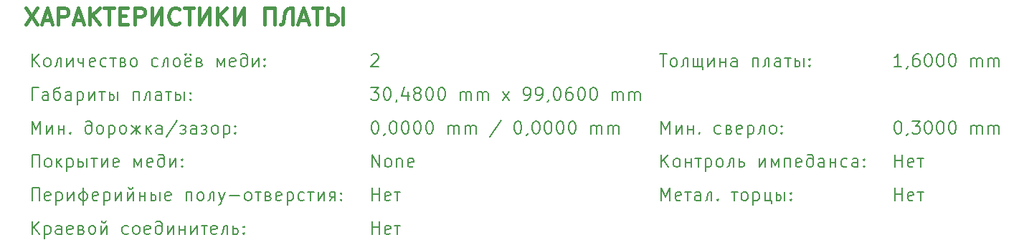
<source format=gbr>
%TF.GenerationSoftware,KiCad,Pcbnew,8.0.3-8.0.3-0~ubuntu22.04.1*%
%TF.CreationDate,2024-06-26T16:44:31+03:00*%
%TF.ProjectId,PM-RQ8-front,504d2d52-5138-42d6-9672-6f6e742e6b69,rev?*%
%TF.SameCoordinates,Original*%
%TF.FileFunction,Other,Comment*%
%FSLAX46Y46*%
G04 Gerber Fmt 4.6, Leading zero omitted, Abs format (unit mm)*
G04 Created by KiCad (PCBNEW 8.0.3-8.0.3-0~ubuntu22.04.1) date 2024-06-26 16:44:31*
%MOMM*%
%LPD*%
G01*
G04 APERTURE LIST*
%ADD10C,0.200000*%
%ADD11C,0.400000*%
G04 APERTURE END LIST*
D10*
X15728720Y-187275028D02*
X15728720Y-185775028D01*
X15728720Y-185775028D02*
X16585863Y-185775028D01*
X16585863Y-185775028D02*
X16585863Y-187275028D01*
X17514435Y-187275028D02*
X17371578Y-187203600D01*
X17371578Y-187203600D02*
X17300149Y-187132171D01*
X17300149Y-187132171D02*
X17228721Y-186989314D01*
X17228721Y-186989314D02*
X17228721Y-186560742D01*
X17228721Y-186560742D02*
X17300149Y-186417885D01*
X17300149Y-186417885D02*
X17371578Y-186346457D01*
X17371578Y-186346457D02*
X17514435Y-186275028D01*
X17514435Y-186275028D02*
X17728721Y-186275028D01*
X17728721Y-186275028D02*
X17871578Y-186346457D01*
X17871578Y-186346457D02*
X17943007Y-186417885D01*
X17943007Y-186417885D02*
X18014435Y-186560742D01*
X18014435Y-186560742D02*
X18014435Y-186989314D01*
X18014435Y-186989314D02*
X17943007Y-187132171D01*
X17943007Y-187132171D02*
X17871578Y-187203600D01*
X17871578Y-187203600D02*
X17728721Y-187275028D01*
X17728721Y-187275028D02*
X17514435Y-187275028D01*
X18657292Y-186275028D02*
X18657292Y-187275028D01*
X18800150Y-186703600D02*
X19228721Y-187275028D01*
X19228721Y-186275028D02*
X18657292Y-186846457D01*
X19871578Y-186275028D02*
X19871578Y-187775028D01*
X19871578Y-186346457D02*
X20014436Y-186275028D01*
X20014436Y-186275028D02*
X20300150Y-186275028D01*
X20300150Y-186275028D02*
X20443007Y-186346457D01*
X20443007Y-186346457D02*
X20514436Y-186417885D01*
X20514436Y-186417885D02*
X20585864Y-186560742D01*
X20585864Y-186560742D02*
X20585864Y-186989314D01*
X20585864Y-186989314D02*
X20514436Y-187132171D01*
X20514436Y-187132171D02*
X20443007Y-187203600D01*
X20443007Y-187203600D02*
X20300150Y-187275028D01*
X20300150Y-187275028D02*
X20014436Y-187275028D01*
X20014436Y-187275028D02*
X19871578Y-187203600D01*
X22228721Y-186275028D02*
X22228721Y-187275028D01*
X21228721Y-186275028D02*
X21228721Y-187275028D01*
X21228721Y-187275028D02*
X21585864Y-187275028D01*
X21585864Y-187275028D02*
X21728721Y-187203600D01*
X21728721Y-187203600D02*
X21800150Y-187060742D01*
X21800150Y-187060742D02*
X21800150Y-186846457D01*
X21800150Y-186846457D02*
X21728721Y-186703600D01*
X21728721Y-186703600D02*
X21585864Y-186632171D01*
X21585864Y-186632171D02*
X21228721Y-186632171D01*
X22728722Y-186275028D02*
X23443007Y-186275028D01*
X23085865Y-186275028D02*
X23085865Y-187275028D01*
X23943007Y-186275028D02*
X23943007Y-187275028D01*
X23943007Y-187275028D02*
X24657293Y-186275028D01*
X24657293Y-186275028D02*
X24657293Y-187275028D01*
X25943007Y-187203600D02*
X25800150Y-187275028D01*
X25800150Y-187275028D02*
X25514436Y-187275028D01*
X25514436Y-187275028D02*
X25371578Y-187203600D01*
X25371578Y-187203600D02*
X25300150Y-187060742D01*
X25300150Y-187060742D02*
X25300150Y-186489314D01*
X25300150Y-186489314D02*
X25371578Y-186346457D01*
X25371578Y-186346457D02*
X25514436Y-186275028D01*
X25514436Y-186275028D02*
X25800150Y-186275028D01*
X25800150Y-186275028D02*
X25943007Y-186346457D01*
X25943007Y-186346457D02*
X26014436Y-186489314D01*
X26014436Y-186489314D02*
X26014436Y-186632171D01*
X26014436Y-186632171D02*
X25300150Y-186775028D01*
X27800149Y-187275028D02*
X27800149Y-186275028D01*
X27800149Y-186275028D02*
X28228721Y-187060742D01*
X28228721Y-187060742D02*
X28657292Y-186275028D01*
X28657292Y-186275028D02*
X28657292Y-187275028D01*
X29943007Y-187203600D02*
X29800150Y-187275028D01*
X29800150Y-187275028D02*
X29514436Y-187275028D01*
X29514436Y-187275028D02*
X29371578Y-187203600D01*
X29371578Y-187203600D02*
X29300150Y-187060742D01*
X29300150Y-187060742D02*
X29300150Y-186489314D01*
X29300150Y-186489314D02*
X29371578Y-186346457D01*
X29371578Y-186346457D02*
X29514436Y-186275028D01*
X29514436Y-186275028D02*
X29800150Y-186275028D01*
X29800150Y-186275028D02*
X29943007Y-186346457D01*
X29943007Y-186346457D02*
X30014436Y-186489314D01*
X30014436Y-186489314D02*
X30014436Y-186632171D01*
X30014436Y-186632171D02*
X29300150Y-186775028D01*
X31371578Y-186417885D02*
X31300150Y-186346457D01*
X31300150Y-186346457D02*
X31157292Y-186275028D01*
X31157292Y-186275028D02*
X30871578Y-186275028D01*
X30871578Y-186275028D02*
X30728721Y-186346457D01*
X30728721Y-186346457D02*
X30657292Y-186417885D01*
X30657292Y-186417885D02*
X30585864Y-186560742D01*
X30585864Y-186560742D02*
X30585864Y-186989314D01*
X30585864Y-186989314D02*
X30657292Y-187132171D01*
X30657292Y-187132171D02*
X30728721Y-187203600D01*
X30728721Y-187203600D02*
X30871578Y-187275028D01*
X30871578Y-187275028D02*
X31085864Y-187275028D01*
X31085864Y-187275028D02*
X31228721Y-187203600D01*
X31228721Y-187203600D02*
X31300150Y-187132171D01*
X31300150Y-187132171D02*
X31371578Y-186989314D01*
X31371578Y-186989314D02*
X31371578Y-186060742D01*
X31371578Y-186060742D02*
X31300150Y-185917885D01*
X31300150Y-185917885D02*
X31228721Y-185846457D01*
X31228721Y-185846457D02*
X31085864Y-185775028D01*
X31085864Y-185775028D02*
X30800150Y-185775028D01*
X30800150Y-185775028D02*
X30657292Y-185846457D01*
X32014435Y-186275028D02*
X32014435Y-187275028D01*
X32014435Y-187275028D02*
X32728721Y-186275028D01*
X32728721Y-186275028D02*
X32728721Y-187275028D01*
X33443006Y-187132171D02*
X33514435Y-187203600D01*
X33514435Y-187203600D02*
X33443006Y-187275028D01*
X33443006Y-187275028D02*
X33371578Y-187203600D01*
X33371578Y-187203600D02*
X33443006Y-187132171D01*
X33443006Y-187132171D02*
X33443006Y-187275028D01*
X33443006Y-186346457D02*
X33514435Y-186417885D01*
X33514435Y-186417885D02*
X33443006Y-186489314D01*
X33443006Y-186489314D02*
X33371578Y-186417885D01*
X33371578Y-186417885D02*
X33443006Y-186346457D01*
X33443006Y-186346457D02*
X33443006Y-186489314D01*
X55885861Y-195189028D02*
X55885861Y-193689028D01*
X55885861Y-194403314D02*
X56743004Y-194403314D01*
X56743004Y-195189028D02*
X56743004Y-193689028D01*
X58028719Y-195117600D02*
X57885862Y-195189028D01*
X57885862Y-195189028D02*
X57600148Y-195189028D01*
X57600148Y-195189028D02*
X57457290Y-195117600D01*
X57457290Y-195117600D02*
X57385862Y-194974742D01*
X57385862Y-194974742D02*
X57385862Y-194403314D01*
X57385862Y-194403314D02*
X57457290Y-194260457D01*
X57457290Y-194260457D02*
X57600148Y-194189028D01*
X57600148Y-194189028D02*
X57885862Y-194189028D01*
X57885862Y-194189028D02*
X58028719Y-194260457D01*
X58028719Y-194260457D02*
X58100148Y-194403314D01*
X58100148Y-194403314D02*
X58100148Y-194546171D01*
X58100148Y-194546171D02*
X57385862Y-194689028D01*
X58528719Y-194189028D02*
X59243004Y-194189028D01*
X58885862Y-194189028D02*
X58885862Y-195189028D01*
X90042999Y-183318028D02*
X90042999Y-181818028D01*
X90042999Y-181818028D02*
X90542999Y-182889457D01*
X90542999Y-182889457D02*
X91042999Y-181818028D01*
X91042999Y-181818028D02*
X91042999Y-183318028D01*
X91757285Y-182318028D02*
X91757285Y-183318028D01*
X91757285Y-183318028D02*
X92471571Y-182318028D01*
X92471571Y-182318028D02*
X92471571Y-183318028D01*
X93185856Y-182818028D02*
X93828714Y-182818028D01*
X93185856Y-182318028D02*
X93185856Y-183318028D01*
X93828714Y-182318028D02*
X93828714Y-183318028D01*
X94542999Y-183175171D02*
X94614428Y-183246600D01*
X94614428Y-183246600D02*
X94542999Y-183318028D01*
X94542999Y-183318028D02*
X94471571Y-183246600D01*
X94471571Y-183246600D02*
X94542999Y-183175171D01*
X94542999Y-183175171D02*
X94542999Y-183318028D01*
X97043000Y-183246600D02*
X96900142Y-183318028D01*
X96900142Y-183318028D02*
X96614428Y-183318028D01*
X96614428Y-183318028D02*
X96471571Y-183246600D01*
X96471571Y-183246600D02*
X96400142Y-183175171D01*
X96400142Y-183175171D02*
X96328714Y-183032314D01*
X96328714Y-183032314D02*
X96328714Y-182603742D01*
X96328714Y-182603742D02*
X96400142Y-182460885D01*
X96400142Y-182460885D02*
X96471571Y-182389457D01*
X96471571Y-182389457D02*
X96614428Y-182318028D01*
X96614428Y-182318028D02*
X96900142Y-182318028D01*
X96900142Y-182318028D02*
X97043000Y-182389457D01*
X98042999Y-182818028D02*
X98257285Y-182889457D01*
X98257285Y-182889457D02*
X98328714Y-183032314D01*
X98328714Y-183032314D02*
X98328714Y-183103742D01*
X98328714Y-183103742D02*
X98257285Y-183246600D01*
X98257285Y-183246600D02*
X98114428Y-183318028D01*
X98114428Y-183318028D02*
X97685856Y-183318028D01*
X97685856Y-183318028D02*
X97685856Y-182318028D01*
X97685856Y-182318028D02*
X98042999Y-182318028D01*
X98042999Y-182318028D02*
X98185856Y-182389457D01*
X98185856Y-182389457D02*
X98257285Y-182532314D01*
X98257285Y-182532314D02*
X98257285Y-182603742D01*
X98257285Y-182603742D02*
X98185856Y-182746600D01*
X98185856Y-182746600D02*
X98042999Y-182818028D01*
X98042999Y-182818028D02*
X97685856Y-182818028D01*
X99542999Y-183246600D02*
X99400142Y-183318028D01*
X99400142Y-183318028D02*
X99114428Y-183318028D01*
X99114428Y-183318028D02*
X98971570Y-183246600D01*
X98971570Y-183246600D02*
X98900142Y-183103742D01*
X98900142Y-183103742D02*
X98900142Y-182532314D01*
X98900142Y-182532314D02*
X98971570Y-182389457D01*
X98971570Y-182389457D02*
X99114428Y-182318028D01*
X99114428Y-182318028D02*
X99400142Y-182318028D01*
X99400142Y-182318028D02*
X99542999Y-182389457D01*
X99542999Y-182389457D02*
X99614428Y-182532314D01*
X99614428Y-182532314D02*
X99614428Y-182675171D01*
X99614428Y-182675171D02*
X98900142Y-182818028D01*
X100257284Y-182318028D02*
X100257284Y-183818028D01*
X100257284Y-182389457D02*
X100400142Y-182318028D01*
X100400142Y-182318028D02*
X100685856Y-182318028D01*
X100685856Y-182318028D02*
X100828713Y-182389457D01*
X100828713Y-182389457D02*
X100900142Y-182460885D01*
X100900142Y-182460885D02*
X100971570Y-182603742D01*
X100971570Y-182603742D02*
X100971570Y-183032314D01*
X100971570Y-183032314D02*
X100900142Y-183175171D01*
X100900142Y-183175171D02*
X100828713Y-183246600D01*
X100828713Y-183246600D02*
X100685856Y-183318028D01*
X100685856Y-183318028D02*
X100400142Y-183318028D01*
X100400142Y-183318028D02*
X100257284Y-183246600D01*
X102185856Y-183318028D02*
X102185856Y-182318028D01*
X102185856Y-182318028D02*
X101971570Y-182318028D01*
X101971570Y-182318028D02*
X101828713Y-182389457D01*
X101828713Y-182389457D02*
X101757285Y-182532314D01*
X101757285Y-182532314D02*
X101685856Y-183103742D01*
X101685856Y-183103742D02*
X101614427Y-183246600D01*
X101614427Y-183246600D02*
X101471570Y-183318028D01*
X103114427Y-183318028D02*
X102971570Y-183246600D01*
X102971570Y-183246600D02*
X102900141Y-183175171D01*
X102900141Y-183175171D02*
X102828713Y-183032314D01*
X102828713Y-183032314D02*
X102828713Y-182603742D01*
X102828713Y-182603742D02*
X102900141Y-182460885D01*
X102900141Y-182460885D02*
X102971570Y-182389457D01*
X102971570Y-182389457D02*
X103114427Y-182318028D01*
X103114427Y-182318028D02*
X103328713Y-182318028D01*
X103328713Y-182318028D02*
X103471570Y-182389457D01*
X103471570Y-182389457D02*
X103542999Y-182460885D01*
X103542999Y-182460885D02*
X103614427Y-182603742D01*
X103614427Y-182603742D02*
X103614427Y-183032314D01*
X103614427Y-183032314D02*
X103542999Y-183175171D01*
X103542999Y-183175171D02*
X103471570Y-183246600D01*
X103471570Y-183246600D02*
X103328713Y-183318028D01*
X103328713Y-183318028D02*
X103114427Y-183318028D01*
X104257284Y-183175171D02*
X104328713Y-183246600D01*
X104328713Y-183246600D02*
X104257284Y-183318028D01*
X104257284Y-183318028D02*
X104185856Y-183246600D01*
X104185856Y-183246600D02*
X104257284Y-183175171D01*
X104257284Y-183175171D02*
X104257284Y-183318028D01*
X104257284Y-182389457D02*
X104328713Y-182460885D01*
X104328713Y-182460885D02*
X104257284Y-182532314D01*
X104257284Y-182532314D02*
X104185856Y-182460885D01*
X104185856Y-182460885D02*
X104257284Y-182389457D01*
X104257284Y-182389457D02*
X104257284Y-182532314D01*
X15728720Y-191232028D02*
X15728720Y-189732028D01*
X15728720Y-189732028D02*
X16585863Y-189732028D01*
X16585863Y-189732028D02*
X16585863Y-191232028D01*
X17871578Y-191160600D02*
X17728721Y-191232028D01*
X17728721Y-191232028D02*
X17443007Y-191232028D01*
X17443007Y-191232028D02*
X17300149Y-191160600D01*
X17300149Y-191160600D02*
X17228721Y-191017742D01*
X17228721Y-191017742D02*
X17228721Y-190446314D01*
X17228721Y-190446314D02*
X17300149Y-190303457D01*
X17300149Y-190303457D02*
X17443007Y-190232028D01*
X17443007Y-190232028D02*
X17728721Y-190232028D01*
X17728721Y-190232028D02*
X17871578Y-190303457D01*
X17871578Y-190303457D02*
X17943007Y-190446314D01*
X17943007Y-190446314D02*
X17943007Y-190589171D01*
X17943007Y-190589171D02*
X17228721Y-190732028D01*
X18585863Y-190232028D02*
X18585863Y-191732028D01*
X18585863Y-190303457D02*
X18728721Y-190232028D01*
X18728721Y-190232028D02*
X19014435Y-190232028D01*
X19014435Y-190232028D02*
X19157292Y-190303457D01*
X19157292Y-190303457D02*
X19228721Y-190374885D01*
X19228721Y-190374885D02*
X19300149Y-190517742D01*
X19300149Y-190517742D02*
X19300149Y-190946314D01*
X19300149Y-190946314D02*
X19228721Y-191089171D01*
X19228721Y-191089171D02*
X19157292Y-191160600D01*
X19157292Y-191160600D02*
X19014435Y-191232028D01*
X19014435Y-191232028D02*
X18728721Y-191232028D01*
X18728721Y-191232028D02*
X18585863Y-191160600D01*
X19943006Y-190232028D02*
X19943006Y-191232028D01*
X19943006Y-191232028D02*
X20657292Y-190232028D01*
X20657292Y-190232028D02*
X20657292Y-191232028D01*
X21800149Y-189732028D02*
X21800149Y-191732028D01*
X21657292Y-190232028D02*
X21943006Y-190232028D01*
X21943006Y-190232028D02*
X22085863Y-190303457D01*
X22085863Y-190303457D02*
X22228720Y-190446314D01*
X22228720Y-190446314D02*
X22300149Y-190589171D01*
X22300149Y-190589171D02*
X22300149Y-190874885D01*
X22300149Y-190874885D02*
X22228720Y-191017742D01*
X22228720Y-191017742D02*
X22085863Y-191160600D01*
X22085863Y-191160600D02*
X21943006Y-191232028D01*
X21943006Y-191232028D02*
X21657292Y-191232028D01*
X21657292Y-191232028D02*
X21514435Y-191160600D01*
X21514435Y-191160600D02*
X21371577Y-191017742D01*
X21371577Y-191017742D02*
X21300149Y-190874885D01*
X21300149Y-190874885D02*
X21300149Y-190589171D01*
X21300149Y-190589171D02*
X21371577Y-190446314D01*
X21371577Y-190446314D02*
X21514435Y-190303457D01*
X21514435Y-190303457D02*
X21657292Y-190232028D01*
X23514435Y-191160600D02*
X23371578Y-191232028D01*
X23371578Y-191232028D02*
X23085864Y-191232028D01*
X23085864Y-191232028D02*
X22943006Y-191160600D01*
X22943006Y-191160600D02*
X22871578Y-191017742D01*
X22871578Y-191017742D02*
X22871578Y-190446314D01*
X22871578Y-190446314D02*
X22943006Y-190303457D01*
X22943006Y-190303457D02*
X23085864Y-190232028D01*
X23085864Y-190232028D02*
X23371578Y-190232028D01*
X23371578Y-190232028D02*
X23514435Y-190303457D01*
X23514435Y-190303457D02*
X23585864Y-190446314D01*
X23585864Y-190446314D02*
X23585864Y-190589171D01*
X23585864Y-190589171D02*
X22871578Y-190732028D01*
X24228720Y-190232028D02*
X24228720Y-191732028D01*
X24228720Y-190303457D02*
X24371578Y-190232028D01*
X24371578Y-190232028D02*
X24657292Y-190232028D01*
X24657292Y-190232028D02*
X24800149Y-190303457D01*
X24800149Y-190303457D02*
X24871578Y-190374885D01*
X24871578Y-190374885D02*
X24943006Y-190517742D01*
X24943006Y-190517742D02*
X24943006Y-190946314D01*
X24943006Y-190946314D02*
X24871578Y-191089171D01*
X24871578Y-191089171D02*
X24800149Y-191160600D01*
X24800149Y-191160600D02*
X24657292Y-191232028D01*
X24657292Y-191232028D02*
X24371578Y-191232028D01*
X24371578Y-191232028D02*
X24228720Y-191160600D01*
X25585863Y-190232028D02*
X25585863Y-191232028D01*
X25585863Y-191232028D02*
X26300149Y-190232028D01*
X26300149Y-190232028D02*
X26300149Y-191232028D01*
X27014434Y-190232028D02*
X27014434Y-191232028D01*
X27014434Y-191232028D02*
X27728720Y-190232028D01*
X27728720Y-190232028D02*
X27728720Y-191232028D01*
X27085863Y-189660600D02*
X27157292Y-189803457D01*
X27157292Y-189803457D02*
X27300149Y-189874885D01*
X27300149Y-189874885D02*
X27443006Y-189874885D01*
X27443006Y-189874885D02*
X27585863Y-189803457D01*
X27585863Y-189803457D02*
X27657292Y-189660600D01*
X28443005Y-190732028D02*
X29085863Y-190732028D01*
X28443005Y-190232028D02*
X28443005Y-191232028D01*
X29085863Y-190232028D02*
X29085863Y-191232028D01*
X30800148Y-190232028D02*
X30800148Y-191232028D01*
X29800148Y-190232028D02*
X29800148Y-191232028D01*
X29800148Y-191232028D02*
X30157291Y-191232028D01*
X30157291Y-191232028D02*
X30300148Y-191160600D01*
X30300148Y-191160600D02*
X30371577Y-191017742D01*
X30371577Y-191017742D02*
X30371577Y-190803457D01*
X30371577Y-190803457D02*
X30300148Y-190660600D01*
X30300148Y-190660600D02*
X30157291Y-190589171D01*
X30157291Y-190589171D02*
X29800148Y-190589171D01*
X32085863Y-191160600D02*
X31943006Y-191232028D01*
X31943006Y-191232028D02*
X31657292Y-191232028D01*
X31657292Y-191232028D02*
X31514434Y-191160600D01*
X31514434Y-191160600D02*
X31443006Y-191017742D01*
X31443006Y-191017742D02*
X31443006Y-190446314D01*
X31443006Y-190446314D02*
X31514434Y-190303457D01*
X31514434Y-190303457D02*
X31657292Y-190232028D01*
X31657292Y-190232028D02*
X31943006Y-190232028D01*
X31943006Y-190232028D02*
X32085863Y-190303457D01*
X32085863Y-190303457D02*
X32157292Y-190446314D01*
X32157292Y-190446314D02*
X32157292Y-190589171D01*
X32157292Y-190589171D02*
X31443006Y-190732028D01*
X33943005Y-191232028D02*
X33943005Y-190232028D01*
X33943005Y-190232028D02*
X34585863Y-190232028D01*
X34585863Y-190232028D02*
X34585863Y-191232028D01*
X35514434Y-191232028D02*
X35371577Y-191160600D01*
X35371577Y-191160600D02*
X35300148Y-191089171D01*
X35300148Y-191089171D02*
X35228720Y-190946314D01*
X35228720Y-190946314D02*
X35228720Y-190517742D01*
X35228720Y-190517742D02*
X35300148Y-190374885D01*
X35300148Y-190374885D02*
X35371577Y-190303457D01*
X35371577Y-190303457D02*
X35514434Y-190232028D01*
X35514434Y-190232028D02*
X35728720Y-190232028D01*
X35728720Y-190232028D02*
X35871577Y-190303457D01*
X35871577Y-190303457D02*
X35943006Y-190374885D01*
X35943006Y-190374885D02*
X36014434Y-190517742D01*
X36014434Y-190517742D02*
X36014434Y-190946314D01*
X36014434Y-190946314D02*
X35943006Y-191089171D01*
X35943006Y-191089171D02*
X35871577Y-191160600D01*
X35871577Y-191160600D02*
X35728720Y-191232028D01*
X35728720Y-191232028D02*
X35514434Y-191232028D01*
X37228720Y-191232028D02*
X37228720Y-190232028D01*
X37228720Y-190232028D02*
X37014434Y-190232028D01*
X37014434Y-190232028D02*
X36871577Y-190303457D01*
X36871577Y-190303457D02*
X36800149Y-190446314D01*
X36800149Y-190446314D02*
X36728720Y-191017742D01*
X36728720Y-191017742D02*
X36657291Y-191160600D01*
X36657291Y-191160600D02*
X36514434Y-191232028D01*
X37800148Y-190232028D02*
X38157291Y-191232028D01*
X38514434Y-190232028D02*
X38157291Y-191232028D01*
X38157291Y-191232028D02*
X38014434Y-191589171D01*
X38014434Y-191589171D02*
X37943005Y-191660600D01*
X37943005Y-191660600D02*
X37800148Y-191732028D01*
X39085862Y-190660600D02*
X40228720Y-190660600D01*
X41157291Y-191232028D02*
X41014434Y-191160600D01*
X41014434Y-191160600D02*
X40943005Y-191089171D01*
X40943005Y-191089171D02*
X40871577Y-190946314D01*
X40871577Y-190946314D02*
X40871577Y-190517742D01*
X40871577Y-190517742D02*
X40943005Y-190374885D01*
X40943005Y-190374885D02*
X41014434Y-190303457D01*
X41014434Y-190303457D02*
X41157291Y-190232028D01*
X41157291Y-190232028D02*
X41371577Y-190232028D01*
X41371577Y-190232028D02*
X41514434Y-190303457D01*
X41514434Y-190303457D02*
X41585863Y-190374885D01*
X41585863Y-190374885D02*
X41657291Y-190517742D01*
X41657291Y-190517742D02*
X41657291Y-190946314D01*
X41657291Y-190946314D02*
X41585863Y-191089171D01*
X41585863Y-191089171D02*
X41514434Y-191160600D01*
X41514434Y-191160600D02*
X41371577Y-191232028D01*
X41371577Y-191232028D02*
X41157291Y-191232028D01*
X42085863Y-190232028D02*
X42800148Y-190232028D01*
X42443006Y-190232028D02*
X42443006Y-191232028D01*
X43657291Y-190732028D02*
X43871577Y-190803457D01*
X43871577Y-190803457D02*
X43943006Y-190946314D01*
X43943006Y-190946314D02*
X43943006Y-191017742D01*
X43943006Y-191017742D02*
X43871577Y-191160600D01*
X43871577Y-191160600D02*
X43728720Y-191232028D01*
X43728720Y-191232028D02*
X43300148Y-191232028D01*
X43300148Y-191232028D02*
X43300148Y-190232028D01*
X43300148Y-190232028D02*
X43657291Y-190232028D01*
X43657291Y-190232028D02*
X43800148Y-190303457D01*
X43800148Y-190303457D02*
X43871577Y-190446314D01*
X43871577Y-190446314D02*
X43871577Y-190517742D01*
X43871577Y-190517742D02*
X43800148Y-190660600D01*
X43800148Y-190660600D02*
X43657291Y-190732028D01*
X43657291Y-190732028D02*
X43300148Y-190732028D01*
X45157291Y-191160600D02*
X45014434Y-191232028D01*
X45014434Y-191232028D02*
X44728720Y-191232028D01*
X44728720Y-191232028D02*
X44585862Y-191160600D01*
X44585862Y-191160600D02*
X44514434Y-191017742D01*
X44514434Y-191017742D02*
X44514434Y-190446314D01*
X44514434Y-190446314D02*
X44585862Y-190303457D01*
X44585862Y-190303457D02*
X44728720Y-190232028D01*
X44728720Y-190232028D02*
X45014434Y-190232028D01*
X45014434Y-190232028D02*
X45157291Y-190303457D01*
X45157291Y-190303457D02*
X45228720Y-190446314D01*
X45228720Y-190446314D02*
X45228720Y-190589171D01*
X45228720Y-190589171D02*
X44514434Y-190732028D01*
X45871576Y-190232028D02*
X45871576Y-191732028D01*
X45871576Y-190303457D02*
X46014434Y-190232028D01*
X46014434Y-190232028D02*
X46300148Y-190232028D01*
X46300148Y-190232028D02*
X46443005Y-190303457D01*
X46443005Y-190303457D02*
X46514434Y-190374885D01*
X46514434Y-190374885D02*
X46585862Y-190517742D01*
X46585862Y-190517742D02*
X46585862Y-190946314D01*
X46585862Y-190946314D02*
X46514434Y-191089171D01*
X46514434Y-191089171D02*
X46443005Y-191160600D01*
X46443005Y-191160600D02*
X46300148Y-191232028D01*
X46300148Y-191232028D02*
X46014434Y-191232028D01*
X46014434Y-191232028D02*
X45871576Y-191160600D01*
X47871577Y-191160600D02*
X47728719Y-191232028D01*
X47728719Y-191232028D02*
X47443005Y-191232028D01*
X47443005Y-191232028D02*
X47300148Y-191160600D01*
X47300148Y-191160600D02*
X47228719Y-191089171D01*
X47228719Y-191089171D02*
X47157291Y-190946314D01*
X47157291Y-190946314D02*
X47157291Y-190517742D01*
X47157291Y-190517742D02*
X47228719Y-190374885D01*
X47228719Y-190374885D02*
X47300148Y-190303457D01*
X47300148Y-190303457D02*
X47443005Y-190232028D01*
X47443005Y-190232028D02*
X47728719Y-190232028D01*
X47728719Y-190232028D02*
X47871577Y-190303457D01*
X48300148Y-190232028D02*
X49014433Y-190232028D01*
X48657291Y-190232028D02*
X48657291Y-191232028D01*
X49514433Y-190232028D02*
X49514433Y-191232028D01*
X49514433Y-191232028D02*
X50228719Y-190232028D01*
X50228719Y-190232028D02*
X50228719Y-191232028D01*
X51228719Y-190803457D02*
X50871576Y-191232028D01*
X51514433Y-191232028D02*
X51514433Y-190232028D01*
X51514433Y-190232028D02*
X51085862Y-190232028D01*
X51085862Y-190232028D02*
X50943004Y-190303457D01*
X50943004Y-190303457D02*
X50871576Y-190446314D01*
X50871576Y-190446314D02*
X50871576Y-190589171D01*
X50871576Y-190589171D02*
X50943004Y-190732028D01*
X50943004Y-190732028D02*
X51085862Y-190803457D01*
X51085862Y-190803457D02*
X51514433Y-190803457D01*
X52228718Y-191089171D02*
X52300147Y-191160600D01*
X52300147Y-191160600D02*
X52228718Y-191232028D01*
X52228718Y-191232028D02*
X52157290Y-191160600D01*
X52157290Y-191160600D02*
X52228718Y-191089171D01*
X52228718Y-191089171D02*
X52228718Y-191232028D01*
X52228718Y-190303457D02*
X52300147Y-190374885D01*
X52300147Y-190374885D02*
X52228718Y-190446314D01*
X52228718Y-190446314D02*
X52157290Y-190374885D01*
X52157290Y-190374885D02*
X52228718Y-190303457D01*
X52228718Y-190303457D02*
X52228718Y-190446314D01*
X89828714Y-173904028D02*
X90685857Y-173904028D01*
X90257285Y-175404028D02*
X90257285Y-173904028D01*
X91400142Y-175404028D02*
X91257285Y-175332600D01*
X91257285Y-175332600D02*
X91185856Y-175261171D01*
X91185856Y-175261171D02*
X91114428Y-175118314D01*
X91114428Y-175118314D02*
X91114428Y-174689742D01*
X91114428Y-174689742D02*
X91185856Y-174546885D01*
X91185856Y-174546885D02*
X91257285Y-174475457D01*
X91257285Y-174475457D02*
X91400142Y-174404028D01*
X91400142Y-174404028D02*
X91614428Y-174404028D01*
X91614428Y-174404028D02*
X91757285Y-174475457D01*
X91757285Y-174475457D02*
X91828714Y-174546885D01*
X91828714Y-174546885D02*
X91900142Y-174689742D01*
X91900142Y-174689742D02*
X91900142Y-175118314D01*
X91900142Y-175118314D02*
X91828714Y-175261171D01*
X91828714Y-175261171D02*
X91757285Y-175332600D01*
X91757285Y-175332600D02*
X91614428Y-175404028D01*
X91614428Y-175404028D02*
X91400142Y-175404028D01*
X93114428Y-175404028D02*
X93114428Y-174404028D01*
X93114428Y-174404028D02*
X92900142Y-174404028D01*
X92900142Y-174404028D02*
X92757285Y-174475457D01*
X92757285Y-174475457D02*
X92685857Y-174618314D01*
X92685857Y-174618314D02*
X92614428Y-175189742D01*
X92614428Y-175189742D02*
X92542999Y-175332600D01*
X92542999Y-175332600D02*
X92400142Y-175404028D01*
X94328713Y-174404028D02*
X94328713Y-175404028D01*
X93828713Y-174404028D02*
X93828713Y-175404028D01*
X93828713Y-175404028D02*
X94828713Y-175404028D01*
X94828713Y-175404028D02*
X94828713Y-174404028D01*
X94828713Y-175404028D02*
X94971571Y-175404028D01*
X94971571Y-175404028D02*
X94971571Y-175761171D01*
X95542999Y-174404028D02*
X95542999Y-175404028D01*
X95542999Y-175404028D02*
X96257285Y-174404028D01*
X96257285Y-174404028D02*
X96257285Y-175404028D01*
X96971570Y-174904028D02*
X97614428Y-174904028D01*
X96971570Y-174404028D02*
X96971570Y-175404028D01*
X97614428Y-174404028D02*
X97614428Y-175404028D01*
X98971571Y-175404028D02*
X98971571Y-174618314D01*
X98971571Y-174618314D02*
X98900142Y-174475457D01*
X98900142Y-174475457D02*
X98757285Y-174404028D01*
X98757285Y-174404028D02*
X98471571Y-174404028D01*
X98471571Y-174404028D02*
X98328713Y-174475457D01*
X98971571Y-175332600D02*
X98828713Y-175404028D01*
X98828713Y-175404028D02*
X98471571Y-175404028D01*
X98471571Y-175404028D02*
X98328713Y-175332600D01*
X98328713Y-175332600D02*
X98257285Y-175189742D01*
X98257285Y-175189742D02*
X98257285Y-175046885D01*
X98257285Y-175046885D02*
X98328713Y-174904028D01*
X98328713Y-174904028D02*
X98471571Y-174832600D01*
X98471571Y-174832600D02*
X98828713Y-174832600D01*
X98828713Y-174832600D02*
X98971571Y-174761171D01*
X100828713Y-175404028D02*
X100828713Y-174404028D01*
X100828713Y-174404028D02*
X101471571Y-174404028D01*
X101471571Y-174404028D02*
X101471571Y-175404028D01*
X102757285Y-175404028D02*
X102757285Y-174404028D01*
X102757285Y-174404028D02*
X102542999Y-174404028D01*
X102542999Y-174404028D02*
X102400142Y-174475457D01*
X102400142Y-174475457D02*
X102328714Y-174618314D01*
X102328714Y-174618314D02*
X102257285Y-175189742D01*
X102257285Y-175189742D02*
X102185856Y-175332600D01*
X102185856Y-175332600D02*
X102042999Y-175404028D01*
X104114428Y-175404028D02*
X104114428Y-174618314D01*
X104114428Y-174618314D02*
X104042999Y-174475457D01*
X104042999Y-174475457D02*
X103900142Y-174404028D01*
X103900142Y-174404028D02*
X103614428Y-174404028D01*
X103614428Y-174404028D02*
X103471570Y-174475457D01*
X104114428Y-175332600D02*
X103971570Y-175404028D01*
X103971570Y-175404028D02*
X103614428Y-175404028D01*
X103614428Y-175404028D02*
X103471570Y-175332600D01*
X103471570Y-175332600D02*
X103400142Y-175189742D01*
X103400142Y-175189742D02*
X103400142Y-175046885D01*
X103400142Y-175046885D02*
X103471570Y-174904028D01*
X103471570Y-174904028D02*
X103614428Y-174832600D01*
X103614428Y-174832600D02*
X103971570Y-174832600D01*
X103971570Y-174832600D02*
X104114428Y-174761171D01*
X104614428Y-174404028D02*
X105328713Y-174404028D01*
X104971571Y-174404028D02*
X104971571Y-175404028D01*
X106828713Y-174404028D02*
X106828713Y-175404028D01*
X105828713Y-174404028D02*
X105828713Y-175404028D01*
X105828713Y-175404028D02*
X106185856Y-175404028D01*
X106185856Y-175404028D02*
X106328713Y-175332600D01*
X106328713Y-175332600D02*
X106400142Y-175189742D01*
X106400142Y-175189742D02*
X106400142Y-174975457D01*
X106400142Y-174975457D02*
X106328713Y-174832600D01*
X106328713Y-174832600D02*
X106185856Y-174761171D01*
X106185856Y-174761171D02*
X105828713Y-174761171D01*
X107542999Y-175261171D02*
X107614428Y-175332600D01*
X107614428Y-175332600D02*
X107542999Y-175404028D01*
X107542999Y-175404028D02*
X107471571Y-175332600D01*
X107471571Y-175332600D02*
X107542999Y-175261171D01*
X107542999Y-175261171D02*
X107542999Y-175404028D01*
X107542999Y-174475457D02*
X107614428Y-174546885D01*
X107614428Y-174546885D02*
X107542999Y-174618314D01*
X107542999Y-174618314D02*
X107471571Y-174546885D01*
X107471571Y-174546885D02*
X107542999Y-174475457D01*
X107542999Y-174475457D02*
X107542999Y-174618314D01*
X55885861Y-187275028D02*
X55885861Y-185775028D01*
X55885861Y-185775028D02*
X56743004Y-187275028D01*
X56743004Y-187275028D02*
X56743004Y-185775028D01*
X57671576Y-187275028D02*
X57528719Y-187203600D01*
X57528719Y-187203600D02*
X57457290Y-187132171D01*
X57457290Y-187132171D02*
X57385862Y-186989314D01*
X57385862Y-186989314D02*
X57385862Y-186560742D01*
X57385862Y-186560742D02*
X57457290Y-186417885D01*
X57457290Y-186417885D02*
X57528719Y-186346457D01*
X57528719Y-186346457D02*
X57671576Y-186275028D01*
X57671576Y-186275028D02*
X57885862Y-186275028D01*
X57885862Y-186275028D02*
X58028719Y-186346457D01*
X58028719Y-186346457D02*
X58100148Y-186417885D01*
X58100148Y-186417885D02*
X58171576Y-186560742D01*
X58171576Y-186560742D02*
X58171576Y-186989314D01*
X58171576Y-186989314D02*
X58100148Y-187132171D01*
X58100148Y-187132171D02*
X58028719Y-187203600D01*
X58028719Y-187203600D02*
X57885862Y-187275028D01*
X57885862Y-187275028D02*
X57671576Y-187275028D01*
X58814433Y-186275028D02*
X58814433Y-187275028D01*
X58814433Y-186417885D02*
X58885862Y-186346457D01*
X58885862Y-186346457D02*
X59028719Y-186275028D01*
X59028719Y-186275028D02*
X59243005Y-186275028D01*
X59243005Y-186275028D02*
X59385862Y-186346457D01*
X59385862Y-186346457D02*
X59457291Y-186489314D01*
X59457291Y-186489314D02*
X59457291Y-187275028D01*
X60743005Y-187203600D02*
X60600148Y-187275028D01*
X60600148Y-187275028D02*
X60314434Y-187275028D01*
X60314434Y-187275028D02*
X60171576Y-187203600D01*
X60171576Y-187203600D02*
X60100148Y-187060742D01*
X60100148Y-187060742D02*
X60100148Y-186489314D01*
X60100148Y-186489314D02*
X60171576Y-186346457D01*
X60171576Y-186346457D02*
X60314434Y-186275028D01*
X60314434Y-186275028D02*
X60600148Y-186275028D01*
X60600148Y-186275028D02*
X60743005Y-186346457D01*
X60743005Y-186346457D02*
X60814434Y-186489314D01*
X60814434Y-186489314D02*
X60814434Y-186632171D01*
X60814434Y-186632171D02*
X60100148Y-186775028D01*
X15728720Y-179361028D02*
X15728720Y-177861028D01*
X15728720Y-177861028D02*
X16514435Y-177861028D01*
X17657292Y-179361028D02*
X17657292Y-178575314D01*
X17657292Y-178575314D02*
X17585863Y-178432457D01*
X17585863Y-178432457D02*
X17443006Y-178361028D01*
X17443006Y-178361028D02*
X17157292Y-178361028D01*
X17157292Y-178361028D02*
X17014434Y-178432457D01*
X17657292Y-179289600D02*
X17514434Y-179361028D01*
X17514434Y-179361028D02*
X17157292Y-179361028D01*
X17157292Y-179361028D02*
X17014434Y-179289600D01*
X17014434Y-179289600D02*
X16943006Y-179146742D01*
X16943006Y-179146742D02*
X16943006Y-179003885D01*
X16943006Y-179003885D02*
X17014434Y-178861028D01*
X17014434Y-178861028D02*
X17157292Y-178789600D01*
X17157292Y-178789600D02*
X17514434Y-178789600D01*
X17514434Y-178789600D02*
X17657292Y-178718171D01*
X19085863Y-177789600D02*
X19014435Y-177861028D01*
X19014435Y-177861028D02*
X18871577Y-177932457D01*
X18871577Y-177932457D02*
X18585863Y-177932457D01*
X18585863Y-177932457D02*
X18443006Y-178003885D01*
X18443006Y-178003885D02*
X18371577Y-178075314D01*
X18371577Y-178075314D02*
X18300149Y-178218171D01*
X18300149Y-178218171D02*
X18300149Y-179075314D01*
X18300149Y-179075314D02*
X18371577Y-179218171D01*
X18371577Y-179218171D02*
X18443006Y-179289600D01*
X18443006Y-179289600D02*
X18585863Y-179361028D01*
X18585863Y-179361028D02*
X18800149Y-179361028D01*
X18800149Y-179361028D02*
X18943006Y-179289600D01*
X18943006Y-179289600D02*
X19014435Y-179218171D01*
X19014435Y-179218171D02*
X19085863Y-179075314D01*
X19085863Y-179075314D02*
X19085863Y-178646742D01*
X19085863Y-178646742D02*
X19014435Y-178503885D01*
X19014435Y-178503885D02*
X18943006Y-178432457D01*
X18943006Y-178432457D02*
X18800149Y-178361028D01*
X18800149Y-178361028D02*
X18514435Y-178361028D01*
X18514435Y-178361028D02*
X18371577Y-178432457D01*
X18371577Y-178432457D02*
X18300149Y-178503885D01*
X20371578Y-179361028D02*
X20371578Y-178575314D01*
X20371578Y-178575314D02*
X20300149Y-178432457D01*
X20300149Y-178432457D02*
X20157292Y-178361028D01*
X20157292Y-178361028D02*
X19871578Y-178361028D01*
X19871578Y-178361028D02*
X19728720Y-178432457D01*
X20371578Y-179289600D02*
X20228720Y-179361028D01*
X20228720Y-179361028D02*
X19871578Y-179361028D01*
X19871578Y-179361028D02*
X19728720Y-179289600D01*
X19728720Y-179289600D02*
X19657292Y-179146742D01*
X19657292Y-179146742D02*
X19657292Y-179003885D01*
X19657292Y-179003885D02*
X19728720Y-178861028D01*
X19728720Y-178861028D02*
X19871578Y-178789600D01*
X19871578Y-178789600D02*
X20228720Y-178789600D01*
X20228720Y-178789600D02*
X20371578Y-178718171D01*
X21085863Y-178361028D02*
X21085863Y-179861028D01*
X21085863Y-178432457D02*
X21228721Y-178361028D01*
X21228721Y-178361028D02*
X21514435Y-178361028D01*
X21514435Y-178361028D02*
X21657292Y-178432457D01*
X21657292Y-178432457D02*
X21728721Y-178503885D01*
X21728721Y-178503885D02*
X21800149Y-178646742D01*
X21800149Y-178646742D02*
X21800149Y-179075314D01*
X21800149Y-179075314D02*
X21728721Y-179218171D01*
X21728721Y-179218171D02*
X21657292Y-179289600D01*
X21657292Y-179289600D02*
X21514435Y-179361028D01*
X21514435Y-179361028D02*
X21228721Y-179361028D01*
X21228721Y-179361028D02*
X21085863Y-179289600D01*
X22443006Y-178361028D02*
X22443006Y-179361028D01*
X22443006Y-179361028D02*
X23157292Y-178361028D01*
X23157292Y-178361028D02*
X23157292Y-179361028D01*
X23657292Y-178361028D02*
X24371577Y-178361028D01*
X24014435Y-178361028D02*
X24014435Y-179361028D01*
X25871577Y-178361028D02*
X25871577Y-179361028D01*
X24871577Y-178361028D02*
X24871577Y-179361028D01*
X24871577Y-179361028D02*
X25228720Y-179361028D01*
X25228720Y-179361028D02*
X25371577Y-179289600D01*
X25371577Y-179289600D02*
X25443006Y-179146742D01*
X25443006Y-179146742D02*
X25443006Y-178932457D01*
X25443006Y-178932457D02*
X25371577Y-178789600D01*
X25371577Y-178789600D02*
X25228720Y-178718171D01*
X25228720Y-178718171D02*
X24871577Y-178718171D01*
X27728720Y-179361028D02*
X27728720Y-178361028D01*
X27728720Y-178361028D02*
X28371578Y-178361028D01*
X28371578Y-178361028D02*
X28371578Y-179361028D01*
X29657292Y-179361028D02*
X29657292Y-178361028D01*
X29657292Y-178361028D02*
X29443006Y-178361028D01*
X29443006Y-178361028D02*
X29300149Y-178432457D01*
X29300149Y-178432457D02*
X29228721Y-178575314D01*
X29228721Y-178575314D02*
X29157292Y-179146742D01*
X29157292Y-179146742D02*
X29085863Y-179289600D01*
X29085863Y-179289600D02*
X28943006Y-179361028D01*
X31014435Y-179361028D02*
X31014435Y-178575314D01*
X31014435Y-178575314D02*
X30943006Y-178432457D01*
X30943006Y-178432457D02*
X30800149Y-178361028D01*
X30800149Y-178361028D02*
X30514435Y-178361028D01*
X30514435Y-178361028D02*
X30371577Y-178432457D01*
X31014435Y-179289600D02*
X30871577Y-179361028D01*
X30871577Y-179361028D02*
X30514435Y-179361028D01*
X30514435Y-179361028D02*
X30371577Y-179289600D01*
X30371577Y-179289600D02*
X30300149Y-179146742D01*
X30300149Y-179146742D02*
X30300149Y-179003885D01*
X30300149Y-179003885D02*
X30371577Y-178861028D01*
X30371577Y-178861028D02*
X30514435Y-178789600D01*
X30514435Y-178789600D02*
X30871577Y-178789600D01*
X30871577Y-178789600D02*
X31014435Y-178718171D01*
X31514435Y-178361028D02*
X32228720Y-178361028D01*
X31871578Y-178361028D02*
X31871578Y-179361028D01*
X33728720Y-178361028D02*
X33728720Y-179361028D01*
X32728720Y-178361028D02*
X32728720Y-179361028D01*
X32728720Y-179361028D02*
X33085863Y-179361028D01*
X33085863Y-179361028D02*
X33228720Y-179289600D01*
X33228720Y-179289600D02*
X33300149Y-179146742D01*
X33300149Y-179146742D02*
X33300149Y-178932457D01*
X33300149Y-178932457D02*
X33228720Y-178789600D01*
X33228720Y-178789600D02*
X33085863Y-178718171D01*
X33085863Y-178718171D02*
X32728720Y-178718171D01*
X34443006Y-179218171D02*
X34514435Y-179289600D01*
X34514435Y-179289600D02*
X34443006Y-179361028D01*
X34443006Y-179361028D02*
X34371578Y-179289600D01*
X34371578Y-179289600D02*
X34443006Y-179218171D01*
X34443006Y-179218171D02*
X34443006Y-179361028D01*
X34443006Y-178432457D02*
X34514435Y-178503885D01*
X34514435Y-178503885D02*
X34443006Y-178575314D01*
X34443006Y-178575314D02*
X34371578Y-178503885D01*
X34371578Y-178503885D02*
X34443006Y-178432457D01*
X34443006Y-178432457D02*
X34443006Y-178575314D01*
X55814433Y-174046885D02*
X55885861Y-173975457D01*
X55885861Y-173975457D02*
X56028719Y-173904028D01*
X56028719Y-173904028D02*
X56385861Y-173904028D01*
X56385861Y-173904028D02*
X56528719Y-173975457D01*
X56528719Y-173975457D02*
X56600147Y-174046885D01*
X56600147Y-174046885D02*
X56671576Y-174189742D01*
X56671576Y-174189742D02*
X56671576Y-174332600D01*
X56671576Y-174332600D02*
X56600147Y-174546885D01*
X56600147Y-174546885D02*
X55743004Y-175404028D01*
X55743004Y-175404028D02*
X56671576Y-175404028D01*
X55743004Y-177861028D02*
X56671576Y-177861028D01*
X56671576Y-177861028D02*
X56171576Y-178432457D01*
X56171576Y-178432457D02*
X56385861Y-178432457D01*
X56385861Y-178432457D02*
X56528719Y-178503885D01*
X56528719Y-178503885D02*
X56600147Y-178575314D01*
X56600147Y-178575314D02*
X56671576Y-178718171D01*
X56671576Y-178718171D02*
X56671576Y-179075314D01*
X56671576Y-179075314D02*
X56600147Y-179218171D01*
X56600147Y-179218171D02*
X56528719Y-179289600D01*
X56528719Y-179289600D02*
X56385861Y-179361028D01*
X56385861Y-179361028D02*
X55957290Y-179361028D01*
X55957290Y-179361028D02*
X55814433Y-179289600D01*
X55814433Y-179289600D02*
X55743004Y-179218171D01*
X57600147Y-177861028D02*
X57743004Y-177861028D01*
X57743004Y-177861028D02*
X57885861Y-177932457D01*
X57885861Y-177932457D02*
X57957290Y-178003885D01*
X57957290Y-178003885D02*
X58028718Y-178146742D01*
X58028718Y-178146742D02*
X58100147Y-178432457D01*
X58100147Y-178432457D02*
X58100147Y-178789600D01*
X58100147Y-178789600D02*
X58028718Y-179075314D01*
X58028718Y-179075314D02*
X57957290Y-179218171D01*
X57957290Y-179218171D02*
X57885861Y-179289600D01*
X57885861Y-179289600D02*
X57743004Y-179361028D01*
X57743004Y-179361028D02*
X57600147Y-179361028D01*
X57600147Y-179361028D02*
X57457290Y-179289600D01*
X57457290Y-179289600D02*
X57385861Y-179218171D01*
X57385861Y-179218171D02*
X57314432Y-179075314D01*
X57314432Y-179075314D02*
X57243004Y-178789600D01*
X57243004Y-178789600D02*
X57243004Y-178432457D01*
X57243004Y-178432457D02*
X57314432Y-178146742D01*
X57314432Y-178146742D02*
X57385861Y-178003885D01*
X57385861Y-178003885D02*
X57457290Y-177932457D01*
X57457290Y-177932457D02*
X57600147Y-177861028D01*
X58814432Y-179289600D02*
X58814432Y-179361028D01*
X58814432Y-179361028D02*
X58743003Y-179503885D01*
X58743003Y-179503885D02*
X58671575Y-179575314D01*
X60100147Y-178361028D02*
X60100147Y-179361028D01*
X59743004Y-177789600D02*
X59385861Y-178861028D01*
X59385861Y-178861028D02*
X60314432Y-178861028D01*
X61100146Y-178503885D02*
X60957289Y-178432457D01*
X60957289Y-178432457D02*
X60885860Y-178361028D01*
X60885860Y-178361028D02*
X60814432Y-178218171D01*
X60814432Y-178218171D02*
X60814432Y-178146742D01*
X60814432Y-178146742D02*
X60885860Y-178003885D01*
X60885860Y-178003885D02*
X60957289Y-177932457D01*
X60957289Y-177932457D02*
X61100146Y-177861028D01*
X61100146Y-177861028D02*
X61385860Y-177861028D01*
X61385860Y-177861028D02*
X61528718Y-177932457D01*
X61528718Y-177932457D02*
X61600146Y-178003885D01*
X61600146Y-178003885D02*
X61671575Y-178146742D01*
X61671575Y-178146742D02*
X61671575Y-178218171D01*
X61671575Y-178218171D02*
X61600146Y-178361028D01*
X61600146Y-178361028D02*
X61528718Y-178432457D01*
X61528718Y-178432457D02*
X61385860Y-178503885D01*
X61385860Y-178503885D02*
X61100146Y-178503885D01*
X61100146Y-178503885D02*
X60957289Y-178575314D01*
X60957289Y-178575314D02*
X60885860Y-178646742D01*
X60885860Y-178646742D02*
X60814432Y-178789600D01*
X60814432Y-178789600D02*
X60814432Y-179075314D01*
X60814432Y-179075314D02*
X60885860Y-179218171D01*
X60885860Y-179218171D02*
X60957289Y-179289600D01*
X60957289Y-179289600D02*
X61100146Y-179361028D01*
X61100146Y-179361028D02*
X61385860Y-179361028D01*
X61385860Y-179361028D02*
X61528718Y-179289600D01*
X61528718Y-179289600D02*
X61600146Y-179218171D01*
X61600146Y-179218171D02*
X61671575Y-179075314D01*
X61671575Y-179075314D02*
X61671575Y-178789600D01*
X61671575Y-178789600D02*
X61600146Y-178646742D01*
X61600146Y-178646742D02*
X61528718Y-178575314D01*
X61528718Y-178575314D02*
X61385860Y-178503885D01*
X62600146Y-177861028D02*
X62743003Y-177861028D01*
X62743003Y-177861028D02*
X62885860Y-177932457D01*
X62885860Y-177932457D02*
X62957289Y-178003885D01*
X62957289Y-178003885D02*
X63028717Y-178146742D01*
X63028717Y-178146742D02*
X63100146Y-178432457D01*
X63100146Y-178432457D02*
X63100146Y-178789600D01*
X63100146Y-178789600D02*
X63028717Y-179075314D01*
X63028717Y-179075314D02*
X62957289Y-179218171D01*
X62957289Y-179218171D02*
X62885860Y-179289600D01*
X62885860Y-179289600D02*
X62743003Y-179361028D01*
X62743003Y-179361028D02*
X62600146Y-179361028D01*
X62600146Y-179361028D02*
X62457289Y-179289600D01*
X62457289Y-179289600D02*
X62385860Y-179218171D01*
X62385860Y-179218171D02*
X62314431Y-179075314D01*
X62314431Y-179075314D02*
X62243003Y-178789600D01*
X62243003Y-178789600D02*
X62243003Y-178432457D01*
X62243003Y-178432457D02*
X62314431Y-178146742D01*
X62314431Y-178146742D02*
X62385860Y-178003885D01*
X62385860Y-178003885D02*
X62457289Y-177932457D01*
X62457289Y-177932457D02*
X62600146Y-177861028D01*
X64028717Y-177861028D02*
X64171574Y-177861028D01*
X64171574Y-177861028D02*
X64314431Y-177932457D01*
X64314431Y-177932457D02*
X64385860Y-178003885D01*
X64385860Y-178003885D02*
X64457288Y-178146742D01*
X64457288Y-178146742D02*
X64528717Y-178432457D01*
X64528717Y-178432457D02*
X64528717Y-178789600D01*
X64528717Y-178789600D02*
X64457288Y-179075314D01*
X64457288Y-179075314D02*
X64385860Y-179218171D01*
X64385860Y-179218171D02*
X64314431Y-179289600D01*
X64314431Y-179289600D02*
X64171574Y-179361028D01*
X64171574Y-179361028D02*
X64028717Y-179361028D01*
X64028717Y-179361028D02*
X63885860Y-179289600D01*
X63885860Y-179289600D02*
X63814431Y-179218171D01*
X63814431Y-179218171D02*
X63743002Y-179075314D01*
X63743002Y-179075314D02*
X63671574Y-178789600D01*
X63671574Y-178789600D02*
X63671574Y-178432457D01*
X63671574Y-178432457D02*
X63743002Y-178146742D01*
X63743002Y-178146742D02*
X63814431Y-178003885D01*
X63814431Y-178003885D02*
X63885860Y-177932457D01*
X63885860Y-177932457D02*
X64028717Y-177861028D01*
X66314430Y-179361028D02*
X66314430Y-178361028D01*
X66314430Y-178503885D02*
X66385859Y-178432457D01*
X66385859Y-178432457D02*
X66528716Y-178361028D01*
X66528716Y-178361028D02*
X66743002Y-178361028D01*
X66743002Y-178361028D02*
X66885859Y-178432457D01*
X66885859Y-178432457D02*
X66957288Y-178575314D01*
X66957288Y-178575314D02*
X66957288Y-179361028D01*
X66957288Y-178575314D02*
X67028716Y-178432457D01*
X67028716Y-178432457D02*
X67171573Y-178361028D01*
X67171573Y-178361028D02*
X67385859Y-178361028D01*
X67385859Y-178361028D02*
X67528716Y-178432457D01*
X67528716Y-178432457D02*
X67600145Y-178575314D01*
X67600145Y-178575314D02*
X67600145Y-179361028D01*
X68314430Y-179361028D02*
X68314430Y-178361028D01*
X68314430Y-178503885D02*
X68385859Y-178432457D01*
X68385859Y-178432457D02*
X68528716Y-178361028D01*
X68528716Y-178361028D02*
X68743002Y-178361028D01*
X68743002Y-178361028D02*
X68885859Y-178432457D01*
X68885859Y-178432457D02*
X68957288Y-178575314D01*
X68957288Y-178575314D02*
X68957288Y-179361028D01*
X68957288Y-178575314D02*
X69028716Y-178432457D01*
X69028716Y-178432457D02*
X69171573Y-178361028D01*
X69171573Y-178361028D02*
X69385859Y-178361028D01*
X69385859Y-178361028D02*
X69528716Y-178432457D01*
X69528716Y-178432457D02*
X69600145Y-178575314D01*
X69600145Y-178575314D02*
X69600145Y-179361028D01*
X71314430Y-179361028D02*
X72100145Y-178361028D01*
X71314430Y-178361028D02*
X72100145Y-179361028D01*
X73885859Y-179361028D02*
X74171573Y-179361028D01*
X74171573Y-179361028D02*
X74314430Y-179289600D01*
X74314430Y-179289600D02*
X74385859Y-179218171D01*
X74385859Y-179218171D02*
X74528716Y-179003885D01*
X74528716Y-179003885D02*
X74600145Y-178718171D01*
X74600145Y-178718171D02*
X74600145Y-178146742D01*
X74600145Y-178146742D02*
X74528716Y-178003885D01*
X74528716Y-178003885D02*
X74457288Y-177932457D01*
X74457288Y-177932457D02*
X74314430Y-177861028D01*
X74314430Y-177861028D02*
X74028716Y-177861028D01*
X74028716Y-177861028D02*
X73885859Y-177932457D01*
X73885859Y-177932457D02*
X73814430Y-178003885D01*
X73814430Y-178003885D02*
X73743002Y-178146742D01*
X73743002Y-178146742D02*
X73743002Y-178503885D01*
X73743002Y-178503885D02*
X73814430Y-178646742D01*
X73814430Y-178646742D02*
X73885859Y-178718171D01*
X73885859Y-178718171D02*
X74028716Y-178789600D01*
X74028716Y-178789600D02*
X74314430Y-178789600D01*
X74314430Y-178789600D02*
X74457288Y-178718171D01*
X74457288Y-178718171D02*
X74528716Y-178646742D01*
X74528716Y-178646742D02*
X74600145Y-178503885D01*
X75314430Y-179361028D02*
X75600144Y-179361028D01*
X75600144Y-179361028D02*
X75743001Y-179289600D01*
X75743001Y-179289600D02*
X75814430Y-179218171D01*
X75814430Y-179218171D02*
X75957287Y-179003885D01*
X75957287Y-179003885D02*
X76028716Y-178718171D01*
X76028716Y-178718171D02*
X76028716Y-178146742D01*
X76028716Y-178146742D02*
X75957287Y-178003885D01*
X75957287Y-178003885D02*
X75885859Y-177932457D01*
X75885859Y-177932457D02*
X75743001Y-177861028D01*
X75743001Y-177861028D02*
X75457287Y-177861028D01*
X75457287Y-177861028D02*
X75314430Y-177932457D01*
X75314430Y-177932457D02*
X75243001Y-178003885D01*
X75243001Y-178003885D02*
X75171573Y-178146742D01*
X75171573Y-178146742D02*
X75171573Y-178503885D01*
X75171573Y-178503885D02*
X75243001Y-178646742D01*
X75243001Y-178646742D02*
X75314430Y-178718171D01*
X75314430Y-178718171D02*
X75457287Y-178789600D01*
X75457287Y-178789600D02*
X75743001Y-178789600D01*
X75743001Y-178789600D02*
X75885859Y-178718171D01*
X75885859Y-178718171D02*
X75957287Y-178646742D01*
X75957287Y-178646742D02*
X76028716Y-178503885D01*
X76743001Y-179289600D02*
X76743001Y-179361028D01*
X76743001Y-179361028D02*
X76671572Y-179503885D01*
X76671572Y-179503885D02*
X76600144Y-179575314D01*
X77671573Y-177861028D02*
X77814430Y-177861028D01*
X77814430Y-177861028D02*
X77957287Y-177932457D01*
X77957287Y-177932457D02*
X78028716Y-178003885D01*
X78028716Y-178003885D02*
X78100144Y-178146742D01*
X78100144Y-178146742D02*
X78171573Y-178432457D01*
X78171573Y-178432457D02*
X78171573Y-178789600D01*
X78171573Y-178789600D02*
X78100144Y-179075314D01*
X78100144Y-179075314D02*
X78028716Y-179218171D01*
X78028716Y-179218171D02*
X77957287Y-179289600D01*
X77957287Y-179289600D02*
X77814430Y-179361028D01*
X77814430Y-179361028D02*
X77671573Y-179361028D01*
X77671573Y-179361028D02*
X77528716Y-179289600D01*
X77528716Y-179289600D02*
X77457287Y-179218171D01*
X77457287Y-179218171D02*
X77385858Y-179075314D01*
X77385858Y-179075314D02*
X77314430Y-178789600D01*
X77314430Y-178789600D02*
X77314430Y-178432457D01*
X77314430Y-178432457D02*
X77385858Y-178146742D01*
X77385858Y-178146742D02*
X77457287Y-178003885D01*
X77457287Y-178003885D02*
X77528716Y-177932457D01*
X77528716Y-177932457D02*
X77671573Y-177861028D01*
X79457287Y-177861028D02*
X79171572Y-177861028D01*
X79171572Y-177861028D02*
X79028715Y-177932457D01*
X79028715Y-177932457D02*
X78957287Y-178003885D01*
X78957287Y-178003885D02*
X78814429Y-178218171D01*
X78814429Y-178218171D02*
X78743001Y-178503885D01*
X78743001Y-178503885D02*
X78743001Y-179075314D01*
X78743001Y-179075314D02*
X78814429Y-179218171D01*
X78814429Y-179218171D02*
X78885858Y-179289600D01*
X78885858Y-179289600D02*
X79028715Y-179361028D01*
X79028715Y-179361028D02*
X79314429Y-179361028D01*
X79314429Y-179361028D02*
X79457287Y-179289600D01*
X79457287Y-179289600D02*
X79528715Y-179218171D01*
X79528715Y-179218171D02*
X79600144Y-179075314D01*
X79600144Y-179075314D02*
X79600144Y-178718171D01*
X79600144Y-178718171D02*
X79528715Y-178575314D01*
X79528715Y-178575314D02*
X79457287Y-178503885D01*
X79457287Y-178503885D02*
X79314429Y-178432457D01*
X79314429Y-178432457D02*
X79028715Y-178432457D01*
X79028715Y-178432457D02*
X78885858Y-178503885D01*
X78885858Y-178503885D02*
X78814429Y-178575314D01*
X78814429Y-178575314D02*
X78743001Y-178718171D01*
X80528715Y-177861028D02*
X80671572Y-177861028D01*
X80671572Y-177861028D02*
X80814429Y-177932457D01*
X80814429Y-177932457D02*
X80885858Y-178003885D01*
X80885858Y-178003885D02*
X80957286Y-178146742D01*
X80957286Y-178146742D02*
X81028715Y-178432457D01*
X81028715Y-178432457D02*
X81028715Y-178789600D01*
X81028715Y-178789600D02*
X80957286Y-179075314D01*
X80957286Y-179075314D02*
X80885858Y-179218171D01*
X80885858Y-179218171D02*
X80814429Y-179289600D01*
X80814429Y-179289600D02*
X80671572Y-179361028D01*
X80671572Y-179361028D02*
X80528715Y-179361028D01*
X80528715Y-179361028D02*
X80385858Y-179289600D01*
X80385858Y-179289600D02*
X80314429Y-179218171D01*
X80314429Y-179218171D02*
X80243000Y-179075314D01*
X80243000Y-179075314D02*
X80171572Y-178789600D01*
X80171572Y-178789600D02*
X80171572Y-178432457D01*
X80171572Y-178432457D02*
X80243000Y-178146742D01*
X80243000Y-178146742D02*
X80314429Y-178003885D01*
X80314429Y-178003885D02*
X80385858Y-177932457D01*
X80385858Y-177932457D02*
X80528715Y-177861028D01*
X81957286Y-177861028D02*
X82100143Y-177861028D01*
X82100143Y-177861028D02*
X82243000Y-177932457D01*
X82243000Y-177932457D02*
X82314429Y-178003885D01*
X82314429Y-178003885D02*
X82385857Y-178146742D01*
X82385857Y-178146742D02*
X82457286Y-178432457D01*
X82457286Y-178432457D02*
X82457286Y-178789600D01*
X82457286Y-178789600D02*
X82385857Y-179075314D01*
X82385857Y-179075314D02*
X82314429Y-179218171D01*
X82314429Y-179218171D02*
X82243000Y-179289600D01*
X82243000Y-179289600D02*
X82100143Y-179361028D01*
X82100143Y-179361028D02*
X81957286Y-179361028D01*
X81957286Y-179361028D02*
X81814429Y-179289600D01*
X81814429Y-179289600D02*
X81743000Y-179218171D01*
X81743000Y-179218171D02*
X81671571Y-179075314D01*
X81671571Y-179075314D02*
X81600143Y-178789600D01*
X81600143Y-178789600D02*
X81600143Y-178432457D01*
X81600143Y-178432457D02*
X81671571Y-178146742D01*
X81671571Y-178146742D02*
X81743000Y-178003885D01*
X81743000Y-178003885D02*
X81814429Y-177932457D01*
X81814429Y-177932457D02*
X81957286Y-177861028D01*
X84242999Y-179361028D02*
X84242999Y-178361028D01*
X84242999Y-178503885D02*
X84314428Y-178432457D01*
X84314428Y-178432457D02*
X84457285Y-178361028D01*
X84457285Y-178361028D02*
X84671571Y-178361028D01*
X84671571Y-178361028D02*
X84814428Y-178432457D01*
X84814428Y-178432457D02*
X84885857Y-178575314D01*
X84885857Y-178575314D02*
X84885857Y-179361028D01*
X84885857Y-178575314D02*
X84957285Y-178432457D01*
X84957285Y-178432457D02*
X85100142Y-178361028D01*
X85100142Y-178361028D02*
X85314428Y-178361028D01*
X85314428Y-178361028D02*
X85457285Y-178432457D01*
X85457285Y-178432457D02*
X85528714Y-178575314D01*
X85528714Y-178575314D02*
X85528714Y-179361028D01*
X86242999Y-179361028D02*
X86242999Y-178361028D01*
X86242999Y-178503885D02*
X86314428Y-178432457D01*
X86314428Y-178432457D02*
X86457285Y-178361028D01*
X86457285Y-178361028D02*
X86671571Y-178361028D01*
X86671571Y-178361028D02*
X86814428Y-178432457D01*
X86814428Y-178432457D02*
X86885857Y-178575314D01*
X86885857Y-178575314D02*
X86885857Y-179361028D01*
X86885857Y-178575314D02*
X86957285Y-178432457D01*
X86957285Y-178432457D02*
X87100142Y-178361028D01*
X87100142Y-178361028D02*
X87314428Y-178361028D01*
X87314428Y-178361028D02*
X87457285Y-178432457D01*
X87457285Y-178432457D02*
X87528714Y-178575314D01*
X87528714Y-178575314D02*
X87528714Y-179361028D01*
X15728720Y-183318028D02*
X15728720Y-181818028D01*
X15728720Y-181818028D02*
X16228720Y-182889457D01*
X16228720Y-182889457D02*
X16728720Y-181818028D01*
X16728720Y-181818028D02*
X16728720Y-183318028D01*
X17443006Y-182318028D02*
X17443006Y-183318028D01*
X17443006Y-183318028D02*
X18157292Y-182318028D01*
X18157292Y-182318028D02*
X18157292Y-183318028D01*
X18871577Y-182818028D02*
X19514435Y-182818028D01*
X18871577Y-182318028D02*
X18871577Y-183318028D01*
X19514435Y-182318028D02*
X19514435Y-183318028D01*
X20228720Y-183175171D02*
X20300149Y-183246600D01*
X20300149Y-183246600D02*
X20228720Y-183318028D01*
X20228720Y-183318028D02*
X20157292Y-183246600D01*
X20157292Y-183246600D02*
X20228720Y-183175171D01*
X20228720Y-183175171D02*
X20228720Y-183318028D01*
X22800149Y-182460885D02*
X22728721Y-182389457D01*
X22728721Y-182389457D02*
X22585863Y-182318028D01*
X22585863Y-182318028D02*
X22300149Y-182318028D01*
X22300149Y-182318028D02*
X22157292Y-182389457D01*
X22157292Y-182389457D02*
X22085863Y-182460885D01*
X22085863Y-182460885D02*
X22014435Y-182603742D01*
X22014435Y-182603742D02*
X22014435Y-183032314D01*
X22014435Y-183032314D02*
X22085863Y-183175171D01*
X22085863Y-183175171D02*
X22157292Y-183246600D01*
X22157292Y-183246600D02*
X22300149Y-183318028D01*
X22300149Y-183318028D02*
X22514435Y-183318028D01*
X22514435Y-183318028D02*
X22657292Y-183246600D01*
X22657292Y-183246600D02*
X22728721Y-183175171D01*
X22728721Y-183175171D02*
X22800149Y-183032314D01*
X22800149Y-183032314D02*
X22800149Y-182103742D01*
X22800149Y-182103742D02*
X22728721Y-181960885D01*
X22728721Y-181960885D02*
X22657292Y-181889457D01*
X22657292Y-181889457D02*
X22514435Y-181818028D01*
X22514435Y-181818028D02*
X22228721Y-181818028D01*
X22228721Y-181818028D02*
X22085863Y-181889457D01*
X23657292Y-183318028D02*
X23514435Y-183246600D01*
X23514435Y-183246600D02*
X23443006Y-183175171D01*
X23443006Y-183175171D02*
X23371578Y-183032314D01*
X23371578Y-183032314D02*
X23371578Y-182603742D01*
X23371578Y-182603742D02*
X23443006Y-182460885D01*
X23443006Y-182460885D02*
X23514435Y-182389457D01*
X23514435Y-182389457D02*
X23657292Y-182318028D01*
X23657292Y-182318028D02*
X23871578Y-182318028D01*
X23871578Y-182318028D02*
X24014435Y-182389457D01*
X24014435Y-182389457D02*
X24085864Y-182460885D01*
X24085864Y-182460885D02*
X24157292Y-182603742D01*
X24157292Y-182603742D02*
X24157292Y-183032314D01*
X24157292Y-183032314D02*
X24085864Y-183175171D01*
X24085864Y-183175171D02*
X24014435Y-183246600D01*
X24014435Y-183246600D02*
X23871578Y-183318028D01*
X23871578Y-183318028D02*
X23657292Y-183318028D01*
X24800149Y-182318028D02*
X24800149Y-183818028D01*
X24800149Y-182389457D02*
X24943007Y-182318028D01*
X24943007Y-182318028D02*
X25228721Y-182318028D01*
X25228721Y-182318028D02*
X25371578Y-182389457D01*
X25371578Y-182389457D02*
X25443007Y-182460885D01*
X25443007Y-182460885D02*
X25514435Y-182603742D01*
X25514435Y-182603742D02*
X25514435Y-183032314D01*
X25514435Y-183032314D02*
X25443007Y-183175171D01*
X25443007Y-183175171D02*
X25371578Y-183246600D01*
X25371578Y-183246600D02*
X25228721Y-183318028D01*
X25228721Y-183318028D02*
X24943007Y-183318028D01*
X24943007Y-183318028D02*
X24800149Y-183246600D01*
X26371578Y-183318028D02*
X26228721Y-183246600D01*
X26228721Y-183246600D02*
X26157292Y-183175171D01*
X26157292Y-183175171D02*
X26085864Y-183032314D01*
X26085864Y-183032314D02*
X26085864Y-182603742D01*
X26085864Y-182603742D02*
X26157292Y-182460885D01*
X26157292Y-182460885D02*
X26228721Y-182389457D01*
X26228721Y-182389457D02*
X26371578Y-182318028D01*
X26371578Y-182318028D02*
X26585864Y-182318028D01*
X26585864Y-182318028D02*
X26728721Y-182389457D01*
X26728721Y-182389457D02*
X26800150Y-182460885D01*
X26800150Y-182460885D02*
X26871578Y-182603742D01*
X26871578Y-182603742D02*
X26871578Y-183032314D01*
X26871578Y-183032314D02*
X26800150Y-183175171D01*
X26800150Y-183175171D02*
X26728721Y-183246600D01*
X26728721Y-183246600D02*
X26585864Y-183318028D01*
X26585864Y-183318028D02*
X26371578Y-183318028D01*
X27943007Y-182818028D02*
X27443007Y-183318028D01*
X28014435Y-182889457D02*
X27443007Y-182318028D01*
X28014435Y-182318028D02*
X28014435Y-183318028D01*
X28585864Y-183318028D02*
X28085864Y-182818028D01*
X28585864Y-182318028D02*
X28014435Y-182889457D01*
X29228721Y-182318028D02*
X29228721Y-183318028D01*
X29371579Y-182746600D02*
X29800150Y-183318028D01*
X29800150Y-182318028D02*
X29228721Y-182889457D01*
X31085865Y-183318028D02*
X31085865Y-182532314D01*
X31085865Y-182532314D02*
X31014436Y-182389457D01*
X31014436Y-182389457D02*
X30871579Y-182318028D01*
X30871579Y-182318028D02*
X30585865Y-182318028D01*
X30585865Y-182318028D02*
X30443007Y-182389457D01*
X31085865Y-183246600D02*
X30943007Y-183318028D01*
X30943007Y-183318028D02*
X30585865Y-183318028D01*
X30585865Y-183318028D02*
X30443007Y-183246600D01*
X30443007Y-183246600D02*
X30371579Y-183103742D01*
X30371579Y-183103742D02*
X30371579Y-182960885D01*
X30371579Y-182960885D02*
X30443007Y-182818028D01*
X30443007Y-182818028D02*
X30585865Y-182746600D01*
X30585865Y-182746600D02*
X30943007Y-182746600D01*
X30943007Y-182746600D02*
X31085865Y-182675171D01*
X32871579Y-181746600D02*
X31585865Y-183675171D01*
X33514437Y-182818028D02*
X33657294Y-182818028D01*
X33228722Y-182389457D02*
X33371579Y-182318028D01*
X33371579Y-182318028D02*
X33657294Y-182318028D01*
X33657294Y-182318028D02*
X33800151Y-182389457D01*
X33800151Y-182389457D02*
X33871579Y-182532314D01*
X33871579Y-182532314D02*
X33871579Y-182603742D01*
X33871579Y-182603742D02*
X33800151Y-182746600D01*
X33800151Y-182746600D02*
X33657294Y-182818028D01*
X33657294Y-182818028D02*
X33800151Y-182889457D01*
X33800151Y-182889457D02*
X33871579Y-183032314D01*
X33871579Y-183032314D02*
X33871579Y-183103742D01*
X33871579Y-183103742D02*
X33800151Y-183246600D01*
X33800151Y-183246600D02*
X33657294Y-183318028D01*
X33657294Y-183318028D02*
X33371579Y-183318028D01*
X33371579Y-183318028D02*
X33228722Y-183246600D01*
X35157294Y-183318028D02*
X35157294Y-182532314D01*
X35157294Y-182532314D02*
X35085865Y-182389457D01*
X35085865Y-182389457D02*
X34943008Y-182318028D01*
X34943008Y-182318028D02*
X34657294Y-182318028D01*
X34657294Y-182318028D02*
X34514436Y-182389457D01*
X35157294Y-183246600D02*
X35014436Y-183318028D01*
X35014436Y-183318028D02*
X34657294Y-183318028D01*
X34657294Y-183318028D02*
X34514436Y-183246600D01*
X34514436Y-183246600D02*
X34443008Y-183103742D01*
X34443008Y-183103742D02*
X34443008Y-182960885D01*
X34443008Y-182960885D02*
X34514436Y-182818028D01*
X34514436Y-182818028D02*
X34657294Y-182746600D01*
X34657294Y-182746600D02*
X35014436Y-182746600D01*
X35014436Y-182746600D02*
X35157294Y-182675171D01*
X36014437Y-182818028D02*
X36157294Y-182818028D01*
X35728722Y-182389457D02*
X35871579Y-182318028D01*
X35871579Y-182318028D02*
X36157294Y-182318028D01*
X36157294Y-182318028D02*
X36300151Y-182389457D01*
X36300151Y-182389457D02*
X36371579Y-182532314D01*
X36371579Y-182532314D02*
X36371579Y-182603742D01*
X36371579Y-182603742D02*
X36300151Y-182746600D01*
X36300151Y-182746600D02*
X36157294Y-182818028D01*
X36157294Y-182818028D02*
X36300151Y-182889457D01*
X36300151Y-182889457D02*
X36371579Y-183032314D01*
X36371579Y-183032314D02*
X36371579Y-183103742D01*
X36371579Y-183103742D02*
X36300151Y-183246600D01*
X36300151Y-183246600D02*
X36157294Y-183318028D01*
X36157294Y-183318028D02*
X35871579Y-183318028D01*
X35871579Y-183318028D02*
X35728722Y-183246600D01*
X37228722Y-183318028D02*
X37085865Y-183246600D01*
X37085865Y-183246600D02*
X37014436Y-183175171D01*
X37014436Y-183175171D02*
X36943008Y-183032314D01*
X36943008Y-183032314D02*
X36943008Y-182603742D01*
X36943008Y-182603742D02*
X37014436Y-182460885D01*
X37014436Y-182460885D02*
X37085865Y-182389457D01*
X37085865Y-182389457D02*
X37228722Y-182318028D01*
X37228722Y-182318028D02*
X37443008Y-182318028D01*
X37443008Y-182318028D02*
X37585865Y-182389457D01*
X37585865Y-182389457D02*
X37657294Y-182460885D01*
X37657294Y-182460885D02*
X37728722Y-182603742D01*
X37728722Y-182603742D02*
X37728722Y-183032314D01*
X37728722Y-183032314D02*
X37657294Y-183175171D01*
X37657294Y-183175171D02*
X37585865Y-183246600D01*
X37585865Y-183246600D02*
X37443008Y-183318028D01*
X37443008Y-183318028D02*
X37228722Y-183318028D01*
X38371579Y-182318028D02*
X38371579Y-183818028D01*
X38371579Y-182389457D02*
X38514437Y-182318028D01*
X38514437Y-182318028D02*
X38800151Y-182318028D01*
X38800151Y-182318028D02*
X38943008Y-182389457D01*
X38943008Y-182389457D02*
X39014437Y-182460885D01*
X39014437Y-182460885D02*
X39085865Y-182603742D01*
X39085865Y-182603742D02*
X39085865Y-183032314D01*
X39085865Y-183032314D02*
X39014437Y-183175171D01*
X39014437Y-183175171D02*
X38943008Y-183246600D01*
X38943008Y-183246600D02*
X38800151Y-183318028D01*
X38800151Y-183318028D02*
X38514437Y-183318028D01*
X38514437Y-183318028D02*
X38371579Y-183246600D01*
X39728722Y-183175171D02*
X39800151Y-183246600D01*
X39800151Y-183246600D02*
X39728722Y-183318028D01*
X39728722Y-183318028D02*
X39657294Y-183246600D01*
X39657294Y-183246600D02*
X39728722Y-183175171D01*
X39728722Y-183175171D02*
X39728722Y-183318028D01*
X39728722Y-182389457D02*
X39800151Y-182460885D01*
X39800151Y-182460885D02*
X39728722Y-182532314D01*
X39728722Y-182532314D02*
X39657294Y-182460885D01*
X39657294Y-182460885D02*
X39728722Y-182389457D01*
X39728722Y-182389457D02*
X39728722Y-182532314D01*
X90042999Y-191232028D02*
X90042999Y-189732028D01*
X90042999Y-189732028D02*
X90542999Y-190803457D01*
X90542999Y-190803457D02*
X91042999Y-189732028D01*
X91042999Y-189732028D02*
X91042999Y-191232028D01*
X92328714Y-191160600D02*
X92185857Y-191232028D01*
X92185857Y-191232028D02*
X91900143Y-191232028D01*
X91900143Y-191232028D02*
X91757285Y-191160600D01*
X91757285Y-191160600D02*
X91685857Y-191017742D01*
X91685857Y-191017742D02*
X91685857Y-190446314D01*
X91685857Y-190446314D02*
X91757285Y-190303457D01*
X91757285Y-190303457D02*
X91900143Y-190232028D01*
X91900143Y-190232028D02*
X92185857Y-190232028D01*
X92185857Y-190232028D02*
X92328714Y-190303457D01*
X92328714Y-190303457D02*
X92400143Y-190446314D01*
X92400143Y-190446314D02*
X92400143Y-190589171D01*
X92400143Y-190589171D02*
X91685857Y-190732028D01*
X92828714Y-190232028D02*
X93542999Y-190232028D01*
X93185857Y-190232028D02*
X93185857Y-191232028D01*
X94685857Y-191232028D02*
X94685857Y-190446314D01*
X94685857Y-190446314D02*
X94614428Y-190303457D01*
X94614428Y-190303457D02*
X94471571Y-190232028D01*
X94471571Y-190232028D02*
X94185857Y-190232028D01*
X94185857Y-190232028D02*
X94042999Y-190303457D01*
X94685857Y-191160600D02*
X94542999Y-191232028D01*
X94542999Y-191232028D02*
X94185857Y-191232028D01*
X94185857Y-191232028D02*
X94042999Y-191160600D01*
X94042999Y-191160600D02*
X93971571Y-191017742D01*
X93971571Y-191017742D02*
X93971571Y-190874885D01*
X93971571Y-190874885D02*
X94042999Y-190732028D01*
X94042999Y-190732028D02*
X94185857Y-190660600D01*
X94185857Y-190660600D02*
X94542999Y-190660600D01*
X94542999Y-190660600D02*
X94685857Y-190589171D01*
X95971571Y-191232028D02*
X95971571Y-190232028D01*
X95971571Y-190232028D02*
X95757285Y-190232028D01*
X95757285Y-190232028D02*
X95614428Y-190303457D01*
X95614428Y-190303457D02*
X95543000Y-190446314D01*
X95543000Y-190446314D02*
X95471571Y-191017742D01*
X95471571Y-191017742D02*
X95400142Y-191160600D01*
X95400142Y-191160600D02*
X95257285Y-191232028D01*
X96685856Y-191089171D02*
X96757285Y-191160600D01*
X96757285Y-191160600D02*
X96685856Y-191232028D01*
X96685856Y-191232028D02*
X96614428Y-191160600D01*
X96614428Y-191160600D02*
X96685856Y-191089171D01*
X96685856Y-191089171D02*
X96685856Y-191232028D01*
X98328714Y-190232028D02*
X99042999Y-190232028D01*
X98685857Y-190232028D02*
X98685857Y-191232028D01*
X99757285Y-191232028D02*
X99614428Y-191160600D01*
X99614428Y-191160600D02*
X99542999Y-191089171D01*
X99542999Y-191089171D02*
X99471571Y-190946314D01*
X99471571Y-190946314D02*
X99471571Y-190517742D01*
X99471571Y-190517742D02*
X99542999Y-190374885D01*
X99542999Y-190374885D02*
X99614428Y-190303457D01*
X99614428Y-190303457D02*
X99757285Y-190232028D01*
X99757285Y-190232028D02*
X99971571Y-190232028D01*
X99971571Y-190232028D02*
X100114428Y-190303457D01*
X100114428Y-190303457D02*
X100185857Y-190374885D01*
X100185857Y-190374885D02*
X100257285Y-190517742D01*
X100257285Y-190517742D02*
X100257285Y-190946314D01*
X100257285Y-190946314D02*
X100185857Y-191089171D01*
X100185857Y-191089171D02*
X100114428Y-191160600D01*
X100114428Y-191160600D02*
X99971571Y-191232028D01*
X99971571Y-191232028D02*
X99757285Y-191232028D01*
X100900142Y-190232028D02*
X100900142Y-191732028D01*
X100900142Y-190303457D02*
X101043000Y-190232028D01*
X101043000Y-190232028D02*
X101328714Y-190232028D01*
X101328714Y-190232028D02*
X101471571Y-190303457D01*
X101471571Y-190303457D02*
X101543000Y-190374885D01*
X101543000Y-190374885D02*
X101614428Y-190517742D01*
X101614428Y-190517742D02*
X101614428Y-190946314D01*
X101614428Y-190946314D02*
X101543000Y-191089171D01*
X101543000Y-191089171D02*
X101471571Y-191160600D01*
X101471571Y-191160600D02*
X101328714Y-191232028D01*
X101328714Y-191232028D02*
X101043000Y-191232028D01*
X101043000Y-191232028D02*
X100900142Y-191160600D01*
X102900143Y-190232028D02*
X102900143Y-191232028D01*
X102257285Y-190232028D02*
X102257285Y-191232028D01*
X102257285Y-191232028D02*
X103043000Y-191232028D01*
X103043000Y-191232028D02*
X103043000Y-191589171D01*
X104614428Y-190232028D02*
X104614428Y-191232028D01*
X103614428Y-190232028D02*
X103614428Y-191232028D01*
X103614428Y-191232028D02*
X103971571Y-191232028D01*
X103971571Y-191232028D02*
X104114428Y-191160600D01*
X104114428Y-191160600D02*
X104185857Y-191017742D01*
X104185857Y-191017742D02*
X104185857Y-190803457D01*
X104185857Y-190803457D02*
X104114428Y-190660600D01*
X104114428Y-190660600D02*
X103971571Y-190589171D01*
X103971571Y-190589171D02*
X103614428Y-190589171D01*
X105328714Y-191089171D02*
X105400143Y-191160600D01*
X105400143Y-191160600D02*
X105328714Y-191232028D01*
X105328714Y-191232028D02*
X105257286Y-191160600D01*
X105257286Y-191160600D02*
X105328714Y-191089171D01*
X105328714Y-191089171D02*
X105328714Y-191232028D01*
X105328714Y-190303457D02*
X105400143Y-190374885D01*
X105400143Y-190374885D02*
X105328714Y-190446314D01*
X105328714Y-190446314D02*
X105257286Y-190374885D01*
X105257286Y-190374885D02*
X105328714Y-190303457D01*
X105328714Y-190303457D02*
X105328714Y-190446314D01*
X118414429Y-175404028D02*
X117557286Y-175404028D01*
X117985857Y-175404028D02*
X117985857Y-173904028D01*
X117985857Y-173904028D02*
X117843000Y-174118314D01*
X117843000Y-174118314D02*
X117700143Y-174261171D01*
X117700143Y-174261171D02*
X117557286Y-174332600D01*
X119128714Y-175332600D02*
X119128714Y-175404028D01*
X119128714Y-175404028D02*
X119057285Y-175546885D01*
X119057285Y-175546885D02*
X118985857Y-175618314D01*
X120414429Y-173904028D02*
X120128714Y-173904028D01*
X120128714Y-173904028D02*
X119985857Y-173975457D01*
X119985857Y-173975457D02*
X119914429Y-174046885D01*
X119914429Y-174046885D02*
X119771571Y-174261171D01*
X119771571Y-174261171D02*
X119700143Y-174546885D01*
X119700143Y-174546885D02*
X119700143Y-175118314D01*
X119700143Y-175118314D02*
X119771571Y-175261171D01*
X119771571Y-175261171D02*
X119843000Y-175332600D01*
X119843000Y-175332600D02*
X119985857Y-175404028D01*
X119985857Y-175404028D02*
X120271571Y-175404028D01*
X120271571Y-175404028D02*
X120414429Y-175332600D01*
X120414429Y-175332600D02*
X120485857Y-175261171D01*
X120485857Y-175261171D02*
X120557286Y-175118314D01*
X120557286Y-175118314D02*
X120557286Y-174761171D01*
X120557286Y-174761171D02*
X120485857Y-174618314D01*
X120485857Y-174618314D02*
X120414429Y-174546885D01*
X120414429Y-174546885D02*
X120271571Y-174475457D01*
X120271571Y-174475457D02*
X119985857Y-174475457D01*
X119985857Y-174475457D02*
X119843000Y-174546885D01*
X119843000Y-174546885D02*
X119771571Y-174618314D01*
X119771571Y-174618314D02*
X119700143Y-174761171D01*
X121485857Y-173904028D02*
X121628714Y-173904028D01*
X121628714Y-173904028D02*
X121771571Y-173975457D01*
X121771571Y-173975457D02*
X121843000Y-174046885D01*
X121843000Y-174046885D02*
X121914428Y-174189742D01*
X121914428Y-174189742D02*
X121985857Y-174475457D01*
X121985857Y-174475457D02*
X121985857Y-174832600D01*
X121985857Y-174832600D02*
X121914428Y-175118314D01*
X121914428Y-175118314D02*
X121843000Y-175261171D01*
X121843000Y-175261171D02*
X121771571Y-175332600D01*
X121771571Y-175332600D02*
X121628714Y-175404028D01*
X121628714Y-175404028D02*
X121485857Y-175404028D01*
X121485857Y-175404028D02*
X121343000Y-175332600D01*
X121343000Y-175332600D02*
X121271571Y-175261171D01*
X121271571Y-175261171D02*
X121200142Y-175118314D01*
X121200142Y-175118314D02*
X121128714Y-174832600D01*
X121128714Y-174832600D02*
X121128714Y-174475457D01*
X121128714Y-174475457D02*
X121200142Y-174189742D01*
X121200142Y-174189742D02*
X121271571Y-174046885D01*
X121271571Y-174046885D02*
X121343000Y-173975457D01*
X121343000Y-173975457D02*
X121485857Y-173904028D01*
X122914428Y-173904028D02*
X123057285Y-173904028D01*
X123057285Y-173904028D02*
X123200142Y-173975457D01*
X123200142Y-173975457D02*
X123271571Y-174046885D01*
X123271571Y-174046885D02*
X123342999Y-174189742D01*
X123342999Y-174189742D02*
X123414428Y-174475457D01*
X123414428Y-174475457D02*
X123414428Y-174832600D01*
X123414428Y-174832600D02*
X123342999Y-175118314D01*
X123342999Y-175118314D02*
X123271571Y-175261171D01*
X123271571Y-175261171D02*
X123200142Y-175332600D01*
X123200142Y-175332600D02*
X123057285Y-175404028D01*
X123057285Y-175404028D02*
X122914428Y-175404028D01*
X122914428Y-175404028D02*
X122771571Y-175332600D01*
X122771571Y-175332600D02*
X122700142Y-175261171D01*
X122700142Y-175261171D02*
X122628713Y-175118314D01*
X122628713Y-175118314D02*
X122557285Y-174832600D01*
X122557285Y-174832600D02*
X122557285Y-174475457D01*
X122557285Y-174475457D02*
X122628713Y-174189742D01*
X122628713Y-174189742D02*
X122700142Y-174046885D01*
X122700142Y-174046885D02*
X122771571Y-173975457D01*
X122771571Y-173975457D02*
X122914428Y-173904028D01*
X124342999Y-173904028D02*
X124485856Y-173904028D01*
X124485856Y-173904028D02*
X124628713Y-173975457D01*
X124628713Y-173975457D02*
X124700142Y-174046885D01*
X124700142Y-174046885D02*
X124771570Y-174189742D01*
X124771570Y-174189742D02*
X124842999Y-174475457D01*
X124842999Y-174475457D02*
X124842999Y-174832600D01*
X124842999Y-174832600D02*
X124771570Y-175118314D01*
X124771570Y-175118314D02*
X124700142Y-175261171D01*
X124700142Y-175261171D02*
X124628713Y-175332600D01*
X124628713Y-175332600D02*
X124485856Y-175404028D01*
X124485856Y-175404028D02*
X124342999Y-175404028D01*
X124342999Y-175404028D02*
X124200142Y-175332600D01*
X124200142Y-175332600D02*
X124128713Y-175261171D01*
X124128713Y-175261171D02*
X124057284Y-175118314D01*
X124057284Y-175118314D02*
X123985856Y-174832600D01*
X123985856Y-174832600D02*
X123985856Y-174475457D01*
X123985856Y-174475457D02*
X124057284Y-174189742D01*
X124057284Y-174189742D02*
X124128713Y-174046885D01*
X124128713Y-174046885D02*
X124200142Y-173975457D01*
X124200142Y-173975457D02*
X124342999Y-173904028D01*
X126628712Y-175404028D02*
X126628712Y-174404028D01*
X126628712Y-174546885D02*
X126700141Y-174475457D01*
X126700141Y-174475457D02*
X126842998Y-174404028D01*
X126842998Y-174404028D02*
X127057284Y-174404028D01*
X127057284Y-174404028D02*
X127200141Y-174475457D01*
X127200141Y-174475457D02*
X127271570Y-174618314D01*
X127271570Y-174618314D02*
X127271570Y-175404028D01*
X127271570Y-174618314D02*
X127342998Y-174475457D01*
X127342998Y-174475457D02*
X127485855Y-174404028D01*
X127485855Y-174404028D02*
X127700141Y-174404028D01*
X127700141Y-174404028D02*
X127842998Y-174475457D01*
X127842998Y-174475457D02*
X127914427Y-174618314D01*
X127914427Y-174618314D02*
X127914427Y-175404028D01*
X128628712Y-175404028D02*
X128628712Y-174404028D01*
X128628712Y-174546885D02*
X128700141Y-174475457D01*
X128700141Y-174475457D02*
X128842998Y-174404028D01*
X128842998Y-174404028D02*
X129057284Y-174404028D01*
X129057284Y-174404028D02*
X129200141Y-174475457D01*
X129200141Y-174475457D02*
X129271570Y-174618314D01*
X129271570Y-174618314D02*
X129271570Y-175404028D01*
X129271570Y-174618314D02*
X129342998Y-174475457D01*
X129342998Y-174475457D02*
X129485855Y-174404028D01*
X129485855Y-174404028D02*
X129700141Y-174404028D01*
X129700141Y-174404028D02*
X129842998Y-174475457D01*
X129842998Y-174475457D02*
X129914427Y-174618314D01*
X129914427Y-174618314D02*
X129914427Y-175404028D01*
X15728720Y-195189028D02*
X15728720Y-193689028D01*
X16585863Y-195189028D02*
X15943006Y-194331885D01*
X16585863Y-193689028D02*
X15728720Y-194546171D01*
X17228720Y-194189028D02*
X17228720Y-195689028D01*
X17228720Y-194260457D02*
X17371578Y-194189028D01*
X17371578Y-194189028D02*
X17657292Y-194189028D01*
X17657292Y-194189028D02*
X17800149Y-194260457D01*
X17800149Y-194260457D02*
X17871578Y-194331885D01*
X17871578Y-194331885D02*
X17943006Y-194474742D01*
X17943006Y-194474742D02*
X17943006Y-194903314D01*
X17943006Y-194903314D02*
X17871578Y-195046171D01*
X17871578Y-195046171D02*
X17800149Y-195117600D01*
X17800149Y-195117600D02*
X17657292Y-195189028D01*
X17657292Y-195189028D02*
X17371578Y-195189028D01*
X17371578Y-195189028D02*
X17228720Y-195117600D01*
X19228721Y-195189028D02*
X19228721Y-194403314D01*
X19228721Y-194403314D02*
X19157292Y-194260457D01*
X19157292Y-194260457D02*
X19014435Y-194189028D01*
X19014435Y-194189028D02*
X18728721Y-194189028D01*
X18728721Y-194189028D02*
X18585863Y-194260457D01*
X19228721Y-195117600D02*
X19085863Y-195189028D01*
X19085863Y-195189028D02*
X18728721Y-195189028D01*
X18728721Y-195189028D02*
X18585863Y-195117600D01*
X18585863Y-195117600D02*
X18514435Y-194974742D01*
X18514435Y-194974742D02*
X18514435Y-194831885D01*
X18514435Y-194831885D02*
X18585863Y-194689028D01*
X18585863Y-194689028D02*
X18728721Y-194617600D01*
X18728721Y-194617600D02*
X19085863Y-194617600D01*
X19085863Y-194617600D02*
X19228721Y-194546171D01*
X20514435Y-195117600D02*
X20371578Y-195189028D01*
X20371578Y-195189028D02*
X20085864Y-195189028D01*
X20085864Y-195189028D02*
X19943006Y-195117600D01*
X19943006Y-195117600D02*
X19871578Y-194974742D01*
X19871578Y-194974742D02*
X19871578Y-194403314D01*
X19871578Y-194403314D02*
X19943006Y-194260457D01*
X19943006Y-194260457D02*
X20085864Y-194189028D01*
X20085864Y-194189028D02*
X20371578Y-194189028D01*
X20371578Y-194189028D02*
X20514435Y-194260457D01*
X20514435Y-194260457D02*
X20585864Y-194403314D01*
X20585864Y-194403314D02*
X20585864Y-194546171D01*
X20585864Y-194546171D02*
X19871578Y-194689028D01*
X21585863Y-194689028D02*
X21800149Y-194760457D01*
X21800149Y-194760457D02*
X21871578Y-194903314D01*
X21871578Y-194903314D02*
X21871578Y-194974742D01*
X21871578Y-194974742D02*
X21800149Y-195117600D01*
X21800149Y-195117600D02*
X21657292Y-195189028D01*
X21657292Y-195189028D02*
X21228720Y-195189028D01*
X21228720Y-195189028D02*
X21228720Y-194189028D01*
X21228720Y-194189028D02*
X21585863Y-194189028D01*
X21585863Y-194189028D02*
X21728720Y-194260457D01*
X21728720Y-194260457D02*
X21800149Y-194403314D01*
X21800149Y-194403314D02*
X21800149Y-194474742D01*
X21800149Y-194474742D02*
X21728720Y-194617600D01*
X21728720Y-194617600D02*
X21585863Y-194689028D01*
X21585863Y-194689028D02*
X21228720Y-194689028D01*
X22728720Y-195189028D02*
X22585863Y-195117600D01*
X22585863Y-195117600D02*
X22514434Y-195046171D01*
X22514434Y-195046171D02*
X22443006Y-194903314D01*
X22443006Y-194903314D02*
X22443006Y-194474742D01*
X22443006Y-194474742D02*
X22514434Y-194331885D01*
X22514434Y-194331885D02*
X22585863Y-194260457D01*
X22585863Y-194260457D02*
X22728720Y-194189028D01*
X22728720Y-194189028D02*
X22943006Y-194189028D01*
X22943006Y-194189028D02*
X23085863Y-194260457D01*
X23085863Y-194260457D02*
X23157292Y-194331885D01*
X23157292Y-194331885D02*
X23228720Y-194474742D01*
X23228720Y-194474742D02*
X23228720Y-194903314D01*
X23228720Y-194903314D02*
X23157292Y-195046171D01*
X23157292Y-195046171D02*
X23085863Y-195117600D01*
X23085863Y-195117600D02*
X22943006Y-195189028D01*
X22943006Y-195189028D02*
X22728720Y-195189028D01*
X23871577Y-194189028D02*
X23871577Y-195189028D01*
X23871577Y-195189028D02*
X24585863Y-194189028D01*
X24585863Y-194189028D02*
X24585863Y-195189028D01*
X23943006Y-193617600D02*
X24014435Y-193760457D01*
X24014435Y-193760457D02*
X24157292Y-193831885D01*
X24157292Y-193831885D02*
X24300149Y-193831885D01*
X24300149Y-193831885D02*
X24443006Y-193760457D01*
X24443006Y-193760457D02*
X24514435Y-193617600D01*
X27085863Y-195117600D02*
X26943005Y-195189028D01*
X26943005Y-195189028D02*
X26657291Y-195189028D01*
X26657291Y-195189028D02*
X26514434Y-195117600D01*
X26514434Y-195117600D02*
X26443005Y-195046171D01*
X26443005Y-195046171D02*
X26371577Y-194903314D01*
X26371577Y-194903314D02*
X26371577Y-194474742D01*
X26371577Y-194474742D02*
X26443005Y-194331885D01*
X26443005Y-194331885D02*
X26514434Y-194260457D01*
X26514434Y-194260457D02*
X26657291Y-194189028D01*
X26657291Y-194189028D02*
X26943005Y-194189028D01*
X26943005Y-194189028D02*
X27085863Y-194260457D01*
X27943005Y-195189028D02*
X27800148Y-195117600D01*
X27800148Y-195117600D02*
X27728719Y-195046171D01*
X27728719Y-195046171D02*
X27657291Y-194903314D01*
X27657291Y-194903314D02*
X27657291Y-194474742D01*
X27657291Y-194474742D02*
X27728719Y-194331885D01*
X27728719Y-194331885D02*
X27800148Y-194260457D01*
X27800148Y-194260457D02*
X27943005Y-194189028D01*
X27943005Y-194189028D02*
X28157291Y-194189028D01*
X28157291Y-194189028D02*
X28300148Y-194260457D01*
X28300148Y-194260457D02*
X28371577Y-194331885D01*
X28371577Y-194331885D02*
X28443005Y-194474742D01*
X28443005Y-194474742D02*
X28443005Y-194903314D01*
X28443005Y-194903314D02*
X28371577Y-195046171D01*
X28371577Y-195046171D02*
X28300148Y-195117600D01*
X28300148Y-195117600D02*
X28157291Y-195189028D01*
X28157291Y-195189028D02*
X27943005Y-195189028D01*
X29657291Y-195117600D02*
X29514434Y-195189028D01*
X29514434Y-195189028D02*
X29228720Y-195189028D01*
X29228720Y-195189028D02*
X29085862Y-195117600D01*
X29085862Y-195117600D02*
X29014434Y-194974742D01*
X29014434Y-194974742D02*
X29014434Y-194403314D01*
X29014434Y-194403314D02*
X29085862Y-194260457D01*
X29085862Y-194260457D02*
X29228720Y-194189028D01*
X29228720Y-194189028D02*
X29514434Y-194189028D01*
X29514434Y-194189028D02*
X29657291Y-194260457D01*
X29657291Y-194260457D02*
X29728720Y-194403314D01*
X29728720Y-194403314D02*
X29728720Y-194546171D01*
X29728720Y-194546171D02*
X29014434Y-194689028D01*
X31085862Y-194331885D02*
X31014434Y-194260457D01*
X31014434Y-194260457D02*
X30871576Y-194189028D01*
X30871576Y-194189028D02*
X30585862Y-194189028D01*
X30585862Y-194189028D02*
X30443005Y-194260457D01*
X30443005Y-194260457D02*
X30371576Y-194331885D01*
X30371576Y-194331885D02*
X30300148Y-194474742D01*
X30300148Y-194474742D02*
X30300148Y-194903314D01*
X30300148Y-194903314D02*
X30371576Y-195046171D01*
X30371576Y-195046171D02*
X30443005Y-195117600D01*
X30443005Y-195117600D02*
X30585862Y-195189028D01*
X30585862Y-195189028D02*
X30800148Y-195189028D01*
X30800148Y-195189028D02*
X30943005Y-195117600D01*
X30943005Y-195117600D02*
X31014434Y-195046171D01*
X31014434Y-195046171D02*
X31085862Y-194903314D01*
X31085862Y-194903314D02*
X31085862Y-193974742D01*
X31085862Y-193974742D02*
X31014434Y-193831885D01*
X31014434Y-193831885D02*
X30943005Y-193760457D01*
X30943005Y-193760457D02*
X30800148Y-193689028D01*
X30800148Y-193689028D02*
X30514434Y-193689028D01*
X30514434Y-193689028D02*
X30371576Y-193760457D01*
X31728719Y-194189028D02*
X31728719Y-195189028D01*
X31728719Y-195189028D02*
X32443005Y-194189028D01*
X32443005Y-194189028D02*
X32443005Y-195189028D01*
X33157290Y-194689028D02*
X33800148Y-194689028D01*
X33157290Y-194189028D02*
X33157290Y-195189028D01*
X33800148Y-194189028D02*
X33800148Y-195189028D01*
X34514433Y-194189028D02*
X34514433Y-195189028D01*
X34514433Y-195189028D02*
X35228719Y-194189028D01*
X35228719Y-194189028D02*
X35228719Y-195189028D01*
X35728719Y-194189028D02*
X36443004Y-194189028D01*
X36085862Y-194189028D02*
X36085862Y-195189028D01*
X37514433Y-195117600D02*
X37371576Y-195189028D01*
X37371576Y-195189028D02*
X37085862Y-195189028D01*
X37085862Y-195189028D02*
X36943004Y-195117600D01*
X36943004Y-195117600D02*
X36871576Y-194974742D01*
X36871576Y-194974742D02*
X36871576Y-194403314D01*
X36871576Y-194403314D02*
X36943004Y-194260457D01*
X36943004Y-194260457D02*
X37085862Y-194189028D01*
X37085862Y-194189028D02*
X37371576Y-194189028D01*
X37371576Y-194189028D02*
X37514433Y-194260457D01*
X37514433Y-194260457D02*
X37585862Y-194403314D01*
X37585862Y-194403314D02*
X37585862Y-194546171D01*
X37585862Y-194546171D02*
X36871576Y-194689028D01*
X38800147Y-195189028D02*
X38800147Y-194189028D01*
X38800147Y-194189028D02*
X38585861Y-194189028D01*
X38585861Y-194189028D02*
X38443004Y-194260457D01*
X38443004Y-194260457D02*
X38371576Y-194403314D01*
X38371576Y-194403314D02*
X38300147Y-194974742D01*
X38300147Y-194974742D02*
X38228718Y-195117600D01*
X38228718Y-195117600D02*
X38085861Y-195189028D01*
X39514432Y-194189028D02*
X39514432Y-195189028D01*
X39514432Y-195189028D02*
X39871575Y-195189028D01*
X39871575Y-195189028D02*
X40014432Y-195117600D01*
X40014432Y-195117600D02*
X40085861Y-194974742D01*
X40085861Y-194974742D02*
X40085861Y-194760457D01*
X40085861Y-194760457D02*
X40014432Y-194617600D01*
X40014432Y-194617600D02*
X39871575Y-194546171D01*
X39871575Y-194546171D02*
X39514432Y-194546171D01*
X40728718Y-195046171D02*
X40800147Y-195117600D01*
X40800147Y-195117600D02*
X40728718Y-195189028D01*
X40728718Y-195189028D02*
X40657290Y-195117600D01*
X40657290Y-195117600D02*
X40728718Y-195046171D01*
X40728718Y-195046171D02*
X40728718Y-195189028D01*
X40728718Y-194260457D02*
X40800147Y-194331885D01*
X40800147Y-194331885D02*
X40728718Y-194403314D01*
X40728718Y-194403314D02*
X40657290Y-194331885D01*
X40657290Y-194331885D02*
X40728718Y-194260457D01*
X40728718Y-194260457D02*
X40728718Y-194403314D01*
X117914429Y-181818028D02*
X118057286Y-181818028D01*
X118057286Y-181818028D02*
X118200143Y-181889457D01*
X118200143Y-181889457D02*
X118271572Y-181960885D01*
X118271572Y-181960885D02*
X118343000Y-182103742D01*
X118343000Y-182103742D02*
X118414429Y-182389457D01*
X118414429Y-182389457D02*
X118414429Y-182746600D01*
X118414429Y-182746600D02*
X118343000Y-183032314D01*
X118343000Y-183032314D02*
X118271572Y-183175171D01*
X118271572Y-183175171D02*
X118200143Y-183246600D01*
X118200143Y-183246600D02*
X118057286Y-183318028D01*
X118057286Y-183318028D02*
X117914429Y-183318028D01*
X117914429Y-183318028D02*
X117771572Y-183246600D01*
X117771572Y-183246600D02*
X117700143Y-183175171D01*
X117700143Y-183175171D02*
X117628714Y-183032314D01*
X117628714Y-183032314D02*
X117557286Y-182746600D01*
X117557286Y-182746600D02*
X117557286Y-182389457D01*
X117557286Y-182389457D02*
X117628714Y-182103742D01*
X117628714Y-182103742D02*
X117700143Y-181960885D01*
X117700143Y-181960885D02*
X117771572Y-181889457D01*
X117771572Y-181889457D02*
X117914429Y-181818028D01*
X119128714Y-183246600D02*
X119128714Y-183318028D01*
X119128714Y-183318028D02*
X119057285Y-183460885D01*
X119057285Y-183460885D02*
X118985857Y-183532314D01*
X119628714Y-181818028D02*
X120557286Y-181818028D01*
X120557286Y-181818028D02*
X120057286Y-182389457D01*
X120057286Y-182389457D02*
X120271571Y-182389457D01*
X120271571Y-182389457D02*
X120414429Y-182460885D01*
X120414429Y-182460885D02*
X120485857Y-182532314D01*
X120485857Y-182532314D02*
X120557286Y-182675171D01*
X120557286Y-182675171D02*
X120557286Y-183032314D01*
X120557286Y-183032314D02*
X120485857Y-183175171D01*
X120485857Y-183175171D02*
X120414429Y-183246600D01*
X120414429Y-183246600D02*
X120271571Y-183318028D01*
X120271571Y-183318028D02*
X119843000Y-183318028D01*
X119843000Y-183318028D02*
X119700143Y-183246600D01*
X119700143Y-183246600D02*
X119628714Y-183175171D01*
X121485857Y-181818028D02*
X121628714Y-181818028D01*
X121628714Y-181818028D02*
X121771571Y-181889457D01*
X121771571Y-181889457D02*
X121843000Y-181960885D01*
X121843000Y-181960885D02*
X121914428Y-182103742D01*
X121914428Y-182103742D02*
X121985857Y-182389457D01*
X121985857Y-182389457D02*
X121985857Y-182746600D01*
X121985857Y-182746600D02*
X121914428Y-183032314D01*
X121914428Y-183032314D02*
X121843000Y-183175171D01*
X121843000Y-183175171D02*
X121771571Y-183246600D01*
X121771571Y-183246600D02*
X121628714Y-183318028D01*
X121628714Y-183318028D02*
X121485857Y-183318028D01*
X121485857Y-183318028D02*
X121343000Y-183246600D01*
X121343000Y-183246600D02*
X121271571Y-183175171D01*
X121271571Y-183175171D02*
X121200142Y-183032314D01*
X121200142Y-183032314D02*
X121128714Y-182746600D01*
X121128714Y-182746600D02*
X121128714Y-182389457D01*
X121128714Y-182389457D02*
X121200142Y-182103742D01*
X121200142Y-182103742D02*
X121271571Y-181960885D01*
X121271571Y-181960885D02*
X121343000Y-181889457D01*
X121343000Y-181889457D02*
X121485857Y-181818028D01*
X122914428Y-181818028D02*
X123057285Y-181818028D01*
X123057285Y-181818028D02*
X123200142Y-181889457D01*
X123200142Y-181889457D02*
X123271571Y-181960885D01*
X123271571Y-181960885D02*
X123342999Y-182103742D01*
X123342999Y-182103742D02*
X123414428Y-182389457D01*
X123414428Y-182389457D02*
X123414428Y-182746600D01*
X123414428Y-182746600D02*
X123342999Y-183032314D01*
X123342999Y-183032314D02*
X123271571Y-183175171D01*
X123271571Y-183175171D02*
X123200142Y-183246600D01*
X123200142Y-183246600D02*
X123057285Y-183318028D01*
X123057285Y-183318028D02*
X122914428Y-183318028D01*
X122914428Y-183318028D02*
X122771571Y-183246600D01*
X122771571Y-183246600D02*
X122700142Y-183175171D01*
X122700142Y-183175171D02*
X122628713Y-183032314D01*
X122628713Y-183032314D02*
X122557285Y-182746600D01*
X122557285Y-182746600D02*
X122557285Y-182389457D01*
X122557285Y-182389457D02*
X122628713Y-182103742D01*
X122628713Y-182103742D02*
X122700142Y-181960885D01*
X122700142Y-181960885D02*
X122771571Y-181889457D01*
X122771571Y-181889457D02*
X122914428Y-181818028D01*
X124342999Y-181818028D02*
X124485856Y-181818028D01*
X124485856Y-181818028D02*
X124628713Y-181889457D01*
X124628713Y-181889457D02*
X124700142Y-181960885D01*
X124700142Y-181960885D02*
X124771570Y-182103742D01*
X124771570Y-182103742D02*
X124842999Y-182389457D01*
X124842999Y-182389457D02*
X124842999Y-182746600D01*
X124842999Y-182746600D02*
X124771570Y-183032314D01*
X124771570Y-183032314D02*
X124700142Y-183175171D01*
X124700142Y-183175171D02*
X124628713Y-183246600D01*
X124628713Y-183246600D02*
X124485856Y-183318028D01*
X124485856Y-183318028D02*
X124342999Y-183318028D01*
X124342999Y-183318028D02*
X124200142Y-183246600D01*
X124200142Y-183246600D02*
X124128713Y-183175171D01*
X124128713Y-183175171D02*
X124057284Y-183032314D01*
X124057284Y-183032314D02*
X123985856Y-182746600D01*
X123985856Y-182746600D02*
X123985856Y-182389457D01*
X123985856Y-182389457D02*
X124057284Y-182103742D01*
X124057284Y-182103742D02*
X124128713Y-181960885D01*
X124128713Y-181960885D02*
X124200142Y-181889457D01*
X124200142Y-181889457D02*
X124342999Y-181818028D01*
X126628712Y-183318028D02*
X126628712Y-182318028D01*
X126628712Y-182460885D02*
X126700141Y-182389457D01*
X126700141Y-182389457D02*
X126842998Y-182318028D01*
X126842998Y-182318028D02*
X127057284Y-182318028D01*
X127057284Y-182318028D02*
X127200141Y-182389457D01*
X127200141Y-182389457D02*
X127271570Y-182532314D01*
X127271570Y-182532314D02*
X127271570Y-183318028D01*
X127271570Y-182532314D02*
X127342998Y-182389457D01*
X127342998Y-182389457D02*
X127485855Y-182318028D01*
X127485855Y-182318028D02*
X127700141Y-182318028D01*
X127700141Y-182318028D02*
X127842998Y-182389457D01*
X127842998Y-182389457D02*
X127914427Y-182532314D01*
X127914427Y-182532314D02*
X127914427Y-183318028D01*
X128628712Y-183318028D02*
X128628712Y-182318028D01*
X128628712Y-182460885D02*
X128700141Y-182389457D01*
X128700141Y-182389457D02*
X128842998Y-182318028D01*
X128842998Y-182318028D02*
X129057284Y-182318028D01*
X129057284Y-182318028D02*
X129200141Y-182389457D01*
X129200141Y-182389457D02*
X129271570Y-182532314D01*
X129271570Y-182532314D02*
X129271570Y-183318028D01*
X129271570Y-182532314D02*
X129342998Y-182389457D01*
X129342998Y-182389457D02*
X129485855Y-182318028D01*
X129485855Y-182318028D02*
X129700141Y-182318028D01*
X129700141Y-182318028D02*
X129842998Y-182389457D01*
X129842998Y-182389457D02*
X129914427Y-182532314D01*
X129914427Y-182532314D02*
X129914427Y-183318028D01*
X117628714Y-191232028D02*
X117628714Y-189732028D01*
X117628714Y-190446314D02*
X118485857Y-190446314D01*
X118485857Y-191232028D02*
X118485857Y-189732028D01*
X119771572Y-191160600D02*
X119628715Y-191232028D01*
X119628715Y-191232028D02*
X119343001Y-191232028D01*
X119343001Y-191232028D02*
X119200143Y-191160600D01*
X119200143Y-191160600D02*
X119128715Y-191017742D01*
X119128715Y-191017742D02*
X119128715Y-190446314D01*
X119128715Y-190446314D02*
X119200143Y-190303457D01*
X119200143Y-190303457D02*
X119343001Y-190232028D01*
X119343001Y-190232028D02*
X119628715Y-190232028D01*
X119628715Y-190232028D02*
X119771572Y-190303457D01*
X119771572Y-190303457D02*
X119843001Y-190446314D01*
X119843001Y-190446314D02*
X119843001Y-190589171D01*
X119843001Y-190589171D02*
X119128715Y-190732028D01*
X120271572Y-190232028D02*
X120985857Y-190232028D01*
X120628715Y-190232028D02*
X120628715Y-191232028D01*
X56171576Y-181818028D02*
X56314433Y-181818028D01*
X56314433Y-181818028D02*
X56457290Y-181889457D01*
X56457290Y-181889457D02*
X56528719Y-181960885D01*
X56528719Y-181960885D02*
X56600147Y-182103742D01*
X56600147Y-182103742D02*
X56671576Y-182389457D01*
X56671576Y-182389457D02*
X56671576Y-182746600D01*
X56671576Y-182746600D02*
X56600147Y-183032314D01*
X56600147Y-183032314D02*
X56528719Y-183175171D01*
X56528719Y-183175171D02*
X56457290Y-183246600D01*
X56457290Y-183246600D02*
X56314433Y-183318028D01*
X56314433Y-183318028D02*
X56171576Y-183318028D01*
X56171576Y-183318028D02*
X56028719Y-183246600D01*
X56028719Y-183246600D02*
X55957290Y-183175171D01*
X55957290Y-183175171D02*
X55885861Y-183032314D01*
X55885861Y-183032314D02*
X55814433Y-182746600D01*
X55814433Y-182746600D02*
X55814433Y-182389457D01*
X55814433Y-182389457D02*
X55885861Y-182103742D01*
X55885861Y-182103742D02*
X55957290Y-181960885D01*
X55957290Y-181960885D02*
X56028719Y-181889457D01*
X56028719Y-181889457D02*
X56171576Y-181818028D01*
X57385861Y-183246600D02*
X57385861Y-183318028D01*
X57385861Y-183318028D02*
X57314432Y-183460885D01*
X57314432Y-183460885D02*
X57243004Y-183532314D01*
X58314433Y-181818028D02*
X58457290Y-181818028D01*
X58457290Y-181818028D02*
X58600147Y-181889457D01*
X58600147Y-181889457D02*
X58671576Y-181960885D01*
X58671576Y-181960885D02*
X58743004Y-182103742D01*
X58743004Y-182103742D02*
X58814433Y-182389457D01*
X58814433Y-182389457D02*
X58814433Y-182746600D01*
X58814433Y-182746600D02*
X58743004Y-183032314D01*
X58743004Y-183032314D02*
X58671576Y-183175171D01*
X58671576Y-183175171D02*
X58600147Y-183246600D01*
X58600147Y-183246600D02*
X58457290Y-183318028D01*
X58457290Y-183318028D02*
X58314433Y-183318028D01*
X58314433Y-183318028D02*
X58171576Y-183246600D01*
X58171576Y-183246600D02*
X58100147Y-183175171D01*
X58100147Y-183175171D02*
X58028718Y-183032314D01*
X58028718Y-183032314D02*
X57957290Y-182746600D01*
X57957290Y-182746600D02*
X57957290Y-182389457D01*
X57957290Y-182389457D02*
X58028718Y-182103742D01*
X58028718Y-182103742D02*
X58100147Y-181960885D01*
X58100147Y-181960885D02*
X58171576Y-181889457D01*
X58171576Y-181889457D02*
X58314433Y-181818028D01*
X59743004Y-181818028D02*
X59885861Y-181818028D01*
X59885861Y-181818028D02*
X60028718Y-181889457D01*
X60028718Y-181889457D02*
X60100147Y-181960885D01*
X60100147Y-181960885D02*
X60171575Y-182103742D01*
X60171575Y-182103742D02*
X60243004Y-182389457D01*
X60243004Y-182389457D02*
X60243004Y-182746600D01*
X60243004Y-182746600D02*
X60171575Y-183032314D01*
X60171575Y-183032314D02*
X60100147Y-183175171D01*
X60100147Y-183175171D02*
X60028718Y-183246600D01*
X60028718Y-183246600D02*
X59885861Y-183318028D01*
X59885861Y-183318028D02*
X59743004Y-183318028D01*
X59743004Y-183318028D02*
X59600147Y-183246600D01*
X59600147Y-183246600D02*
X59528718Y-183175171D01*
X59528718Y-183175171D02*
X59457289Y-183032314D01*
X59457289Y-183032314D02*
X59385861Y-182746600D01*
X59385861Y-182746600D02*
X59385861Y-182389457D01*
X59385861Y-182389457D02*
X59457289Y-182103742D01*
X59457289Y-182103742D02*
X59528718Y-181960885D01*
X59528718Y-181960885D02*
X59600147Y-181889457D01*
X59600147Y-181889457D02*
X59743004Y-181818028D01*
X61171575Y-181818028D02*
X61314432Y-181818028D01*
X61314432Y-181818028D02*
X61457289Y-181889457D01*
X61457289Y-181889457D02*
X61528718Y-181960885D01*
X61528718Y-181960885D02*
X61600146Y-182103742D01*
X61600146Y-182103742D02*
X61671575Y-182389457D01*
X61671575Y-182389457D02*
X61671575Y-182746600D01*
X61671575Y-182746600D02*
X61600146Y-183032314D01*
X61600146Y-183032314D02*
X61528718Y-183175171D01*
X61528718Y-183175171D02*
X61457289Y-183246600D01*
X61457289Y-183246600D02*
X61314432Y-183318028D01*
X61314432Y-183318028D02*
X61171575Y-183318028D01*
X61171575Y-183318028D02*
X61028718Y-183246600D01*
X61028718Y-183246600D02*
X60957289Y-183175171D01*
X60957289Y-183175171D02*
X60885860Y-183032314D01*
X60885860Y-183032314D02*
X60814432Y-182746600D01*
X60814432Y-182746600D02*
X60814432Y-182389457D01*
X60814432Y-182389457D02*
X60885860Y-182103742D01*
X60885860Y-182103742D02*
X60957289Y-181960885D01*
X60957289Y-181960885D02*
X61028718Y-181889457D01*
X61028718Y-181889457D02*
X61171575Y-181818028D01*
X62600146Y-181818028D02*
X62743003Y-181818028D01*
X62743003Y-181818028D02*
X62885860Y-181889457D01*
X62885860Y-181889457D02*
X62957289Y-181960885D01*
X62957289Y-181960885D02*
X63028717Y-182103742D01*
X63028717Y-182103742D02*
X63100146Y-182389457D01*
X63100146Y-182389457D02*
X63100146Y-182746600D01*
X63100146Y-182746600D02*
X63028717Y-183032314D01*
X63028717Y-183032314D02*
X62957289Y-183175171D01*
X62957289Y-183175171D02*
X62885860Y-183246600D01*
X62885860Y-183246600D02*
X62743003Y-183318028D01*
X62743003Y-183318028D02*
X62600146Y-183318028D01*
X62600146Y-183318028D02*
X62457289Y-183246600D01*
X62457289Y-183246600D02*
X62385860Y-183175171D01*
X62385860Y-183175171D02*
X62314431Y-183032314D01*
X62314431Y-183032314D02*
X62243003Y-182746600D01*
X62243003Y-182746600D02*
X62243003Y-182389457D01*
X62243003Y-182389457D02*
X62314431Y-182103742D01*
X62314431Y-182103742D02*
X62385860Y-181960885D01*
X62385860Y-181960885D02*
X62457289Y-181889457D01*
X62457289Y-181889457D02*
X62600146Y-181818028D01*
X64885859Y-183318028D02*
X64885859Y-182318028D01*
X64885859Y-182460885D02*
X64957288Y-182389457D01*
X64957288Y-182389457D02*
X65100145Y-182318028D01*
X65100145Y-182318028D02*
X65314431Y-182318028D01*
X65314431Y-182318028D02*
X65457288Y-182389457D01*
X65457288Y-182389457D02*
X65528717Y-182532314D01*
X65528717Y-182532314D02*
X65528717Y-183318028D01*
X65528717Y-182532314D02*
X65600145Y-182389457D01*
X65600145Y-182389457D02*
X65743002Y-182318028D01*
X65743002Y-182318028D02*
X65957288Y-182318028D01*
X65957288Y-182318028D02*
X66100145Y-182389457D01*
X66100145Y-182389457D02*
X66171574Y-182532314D01*
X66171574Y-182532314D02*
X66171574Y-183318028D01*
X66885859Y-183318028D02*
X66885859Y-182318028D01*
X66885859Y-182460885D02*
X66957288Y-182389457D01*
X66957288Y-182389457D02*
X67100145Y-182318028D01*
X67100145Y-182318028D02*
X67314431Y-182318028D01*
X67314431Y-182318028D02*
X67457288Y-182389457D01*
X67457288Y-182389457D02*
X67528717Y-182532314D01*
X67528717Y-182532314D02*
X67528717Y-183318028D01*
X67528717Y-182532314D02*
X67600145Y-182389457D01*
X67600145Y-182389457D02*
X67743002Y-182318028D01*
X67743002Y-182318028D02*
X67957288Y-182318028D01*
X67957288Y-182318028D02*
X68100145Y-182389457D01*
X68100145Y-182389457D02*
X68171574Y-182532314D01*
X68171574Y-182532314D02*
X68171574Y-183318028D01*
X71100145Y-181746600D02*
X69814431Y-183675171D01*
X73028717Y-181818028D02*
X73171574Y-181818028D01*
X73171574Y-181818028D02*
X73314431Y-181889457D01*
X73314431Y-181889457D02*
X73385860Y-181960885D01*
X73385860Y-181960885D02*
X73457288Y-182103742D01*
X73457288Y-182103742D02*
X73528717Y-182389457D01*
X73528717Y-182389457D02*
X73528717Y-182746600D01*
X73528717Y-182746600D02*
X73457288Y-183032314D01*
X73457288Y-183032314D02*
X73385860Y-183175171D01*
X73385860Y-183175171D02*
X73314431Y-183246600D01*
X73314431Y-183246600D02*
X73171574Y-183318028D01*
X73171574Y-183318028D02*
X73028717Y-183318028D01*
X73028717Y-183318028D02*
X72885860Y-183246600D01*
X72885860Y-183246600D02*
X72814431Y-183175171D01*
X72814431Y-183175171D02*
X72743002Y-183032314D01*
X72743002Y-183032314D02*
X72671574Y-182746600D01*
X72671574Y-182746600D02*
X72671574Y-182389457D01*
X72671574Y-182389457D02*
X72743002Y-182103742D01*
X72743002Y-182103742D02*
X72814431Y-181960885D01*
X72814431Y-181960885D02*
X72885860Y-181889457D01*
X72885860Y-181889457D02*
X73028717Y-181818028D01*
X74243002Y-183246600D02*
X74243002Y-183318028D01*
X74243002Y-183318028D02*
X74171573Y-183460885D01*
X74171573Y-183460885D02*
X74100145Y-183532314D01*
X75171574Y-181818028D02*
X75314431Y-181818028D01*
X75314431Y-181818028D02*
X75457288Y-181889457D01*
X75457288Y-181889457D02*
X75528717Y-181960885D01*
X75528717Y-181960885D02*
X75600145Y-182103742D01*
X75600145Y-182103742D02*
X75671574Y-182389457D01*
X75671574Y-182389457D02*
X75671574Y-182746600D01*
X75671574Y-182746600D02*
X75600145Y-183032314D01*
X75600145Y-183032314D02*
X75528717Y-183175171D01*
X75528717Y-183175171D02*
X75457288Y-183246600D01*
X75457288Y-183246600D02*
X75314431Y-183318028D01*
X75314431Y-183318028D02*
X75171574Y-183318028D01*
X75171574Y-183318028D02*
X75028717Y-183246600D01*
X75028717Y-183246600D02*
X74957288Y-183175171D01*
X74957288Y-183175171D02*
X74885859Y-183032314D01*
X74885859Y-183032314D02*
X74814431Y-182746600D01*
X74814431Y-182746600D02*
X74814431Y-182389457D01*
X74814431Y-182389457D02*
X74885859Y-182103742D01*
X74885859Y-182103742D02*
X74957288Y-181960885D01*
X74957288Y-181960885D02*
X75028717Y-181889457D01*
X75028717Y-181889457D02*
X75171574Y-181818028D01*
X76600145Y-181818028D02*
X76743002Y-181818028D01*
X76743002Y-181818028D02*
X76885859Y-181889457D01*
X76885859Y-181889457D02*
X76957288Y-181960885D01*
X76957288Y-181960885D02*
X77028716Y-182103742D01*
X77028716Y-182103742D02*
X77100145Y-182389457D01*
X77100145Y-182389457D02*
X77100145Y-182746600D01*
X77100145Y-182746600D02*
X77028716Y-183032314D01*
X77028716Y-183032314D02*
X76957288Y-183175171D01*
X76957288Y-183175171D02*
X76885859Y-183246600D01*
X76885859Y-183246600D02*
X76743002Y-183318028D01*
X76743002Y-183318028D02*
X76600145Y-183318028D01*
X76600145Y-183318028D02*
X76457288Y-183246600D01*
X76457288Y-183246600D02*
X76385859Y-183175171D01*
X76385859Y-183175171D02*
X76314430Y-183032314D01*
X76314430Y-183032314D02*
X76243002Y-182746600D01*
X76243002Y-182746600D02*
X76243002Y-182389457D01*
X76243002Y-182389457D02*
X76314430Y-182103742D01*
X76314430Y-182103742D02*
X76385859Y-181960885D01*
X76385859Y-181960885D02*
X76457288Y-181889457D01*
X76457288Y-181889457D02*
X76600145Y-181818028D01*
X78028716Y-181818028D02*
X78171573Y-181818028D01*
X78171573Y-181818028D02*
X78314430Y-181889457D01*
X78314430Y-181889457D02*
X78385859Y-181960885D01*
X78385859Y-181960885D02*
X78457287Y-182103742D01*
X78457287Y-182103742D02*
X78528716Y-182389457D01*
X78528716Y-182389457D02*
X78528716Y-182746600D01*
X78528716Y-182746600D02*
X78457287Y-183032314D01*
X78457287Y-183032314D02*
X78385859Y-183175171D01*
X78385859Y-183175171D02*
X78314430Y-183246600D01*
X78314430Y-183246600D02*
X78171573Y-183318028D01*
X78171573Y-183318028D02*
X78028716Y-183318028D01*
X78028716Y-183318028D02*
X77885859Y-183246600D01*
X77885859Y-183246600D02*
X77814430Y-183175171D01*
X77814430Y-183175171D02*
X77743001Y-183032314D01*
X77743001Y-183032314D02*
X77671573Y-182746600D01*
X77671573Y-182746600D02*
X77671573Y-182389457D01*
X77671573Y-182389457D02*
X77743001Y-182103742D01*
X77743001Y-182103742D02*
X77814430Y-181960885D01*
X77814430Y-181960885D02*
X77885859Y-181889457D01*
X77885859Y-181889457D02*
X78028716Y-181818028D01*
X79457287Y-181818028D02*
X79600144Y-181818028D01*
X79600144Y-181818028D02*
X79743001Y-181889457D01*
X79743001Y-181889457D02*
X79814430Y-181960885D01*
X79814430Y-181960885D02*
X79885858Y-182103742D01*
X79885858Y-182103742D02*
X79957287Y-182389457D01*
X79957287Y-182389457D02*
X79957287Y-182746600D01*
X79957287Y-182746600D02*
X79885858Y-183032314D01*
X79885858Y-183032314D02*
X79814430Y-183175171D01*
X79814430Y-183175171D02*
X79743001Y-183246600D01*
X79743001Y-183246600D02*
X79600144Y-183318028D01*
X79600144Y-183318028D02*
X79457287Y-183318028D01*
X79457287Y-183318028D02*
X79314430Y-183246600D01*
X79314430Y-183246600D02*
X79243001Y-183175171D01*
X79243001Y-183175171D02*
X79171572Y-183032314D01*
X79171572Y-183032314D02*
X79100144Y-182746600D01*
X79100144Y-182746600D02*
X79100144Y-182389457D01*
X79100144Y-182389457D02*
X79171572Y-182103742D01*
X79171572Y-182103742D02*
X79243001Y-181960885D01*
X79243001Y-181960885D02*
X79314430Y-181889457D01*
X79314430Y-181889457D02*
X79457287Y-181818028D01*
X81743000Y-183318028D02*
X81743000Y-182318028D01*
X81743000Y-182460885D02*
X81814429Y-182389457D01*
X81814429Y-182389457D02*
X81957286Y-182318028D01*
X81957286Y-182318028D02*
X82171572Y-182318028D01*
X82171572Y-182318028D02*
X82314429Y-182389457D01*
X82314429Y-182389457D02*
X82385858Y-182532314D01*
X82385858Y-182532314D02*
X82385858Y-183318028D01*
X82385858Y-182532314D02*
X82457286Y-182389457D01*
X82457286Y-182389457D02*
X82600143Y-182318028D01*
X82600143Y-182318028D02*
X82814429Y-182318028D01*
X82814429Y-182318028D02*
X82957286Y-182389457D01*
X82957286Y-182389457D02*
X83028715Y-182532314D01*
X83028715Y-182532314D02*
X83028715Y-183318028D01*
X83743000Y-183318028D02*
X83743000Y-182318028D01*
X83743000Y-182460885D02*
X83814429Y-182389457D01*
X83814429Y-182389457D02*
X83957286Y-182318028D01*
X83957286Y-182318028D02*
X84171572Y-182318028D01*
X84171572Y-182318028D02*
X84314429Y-182389457D01*
X84314429Y-182389457D02*
X84385858Y-182532314D01*
X84385858Y-182532314D02*
X84385858Y-183318028D01*
X84385858Y-182532314D02*
X84457286Y-182389457D01*
X84457286Y-182389457D02*
X84600143Y-182318028D01*
X84600143Y-182318028D02*
X84814429Y-182318028D01*
X84814429Y-182318028D02*
X84957286Y-182389457D01*
X84957286Y-182389457D02*
X85028715Y-182532314D01*
X85028715Y-182532314D02*
X85028715Y-183318028D01*
X15728720Y-175404028D02*
X15728720Y-173904028D01*
X16585863Y-175404028D02*
X15943006Y-174546885D01*
X16585863Y-173904028D02*
X15728720Y-174761171D01*
X17443006Y-175404028D02*
X17300149Y-175332600D01*
X17300149Y-175332600D02*
X17228720Y-175261171D01*
X17228720Y-175261171D02*
X17157292Y-175118314D01*
X17157292Y-175118314D02*
X17157292Y-174689742D01*
X17157292Y-174689742D02*
X17228720Y-174546885D01*
X17228720Y-174546885D02*
X17300149Y-174475457D01*
X17300149Y-174475457D02*
X17443006Y-174404028D01*
X17443006Y-174404028D02*
X17657292Y-174404028D01*
X17657292Y-174404028D02*
X17800149Y-174475457D01*
X17800149Y-174475457D02*
X17871578Y-174546885D01*
X17871578Y-174546885D02*
X17943006Y-174689742D01*
X17943006Y-174689742D02*
X17943006Y-175118314D01*
X17943006Y-175118314D02*
X17871578Y-175261171D01*
X17871578Y-175261171D02*
X17800149Y-175332600D01*
X17800149Y-175332600D02*
X17657292Y-175404028D01*
X17657292Y-175404028D02*
X17443006Y-175404028D01*
X19157292Y-175404028D02*
X19157292Y-174404028D01*
X19157292Y-174404028D02*
X18943006Y-174404028D01*
X18943006Y-174404028D02*
X18800149Y-174475457D01*
X18800149Y-174475457D02*
X18728721Y-174618314D01*
X18728721Y-174618314D02*
X18657292Y-175189742D01*
X18657292Y-175189742D02*
X18585863Y-175332600D01*
X18585863Y-175332600D02*
X18443006Y-175404028D01*
X19871577Y-174404028D02*
X19871577Y-175404028D01*
X19871577Y-175404028D02*
X20585863Y-174404028D01*
X20585863Y-174404028D02*
X20585863Y-175404028D01*
X21800148Y-174404028D02*
X21800148Y-175404028D01*
X21228720Y-174404028D02*
X21228720Y-174761171D01*
X21228720Y-174761171D02*
X21300148Y-174904028D01*
X21300148Y-174904028D02*
X21443006Y-174975457D01*
X21443006Y-174975457D02*
X21800148Y-174975457D01*
X23157291Y-175332600D02*
X23014434Y-175404028D01*
X23014434Y-175404028D02*
X22728720Y-175404028D01*
X22728720Y-175404028D02*
X22585862Y-175332600D01*
X22585862Y-175332600D02*
X22514434Y-175189742D01*
X22514434Y-175189742D02*
X22514434Y-174618314D01*
X22514434Y-174618314D02*
X22585862Y-174475457D01*
X22585862Y-174475457D02*
X22728720Y-174404028D01*
X22728720Y-174404028D02*
X23014434Y-174404028D01*
X23014434Y-174404028D02*
X23157291Y-174475457D01*
X23157291Y-174475457D02*
X23228720Y-174618314D01*
X23228720Y-174618314D02*
X23228720Y-174761171D01*
X23228720Y-174761171D02*
X22514434Y-174904028D01*
X24514434Y-175332600D02*
X24371576Y-175404028D01*
X24371576Y-175404028D02*
X24085862Y-175404028D01*
X24085862Y-175404028D02*
X23943005Y-175332600D01*
X23943005Y-175332600D02*
X23871576Y-175261171D01*
X23871576Y-175261171D02*
X23800148Y-175118314D01*
X23800148Y-175118314D02*
X23800148Y-174689742D01*
X23800148Y-174689742D02*
X23871576Y-174546885D01*
X23871576Y-174546885D02*
X23943005Y-174475457D01*
X23943005Y-174475457D02*
X24085862Y-174404028D01*
X24085862Y-174404028D02*
X24371576Y-174404028D01*
X24371576Y-174404028D02*
X24514434Y-174475457D01*
X24943005Y-174404028D02*
X25657290Y-174404028D01*
X25300148Y-174404028D02*
X25300148Y-175404028D01*
X26514433Y-174904028D02*
X26728719Y-174975457D01*
X26728719Y-174975457D02*
X26800148Y-175118314D01*
X26800148Y-175118314D02*
X26800148Y-175189742D01*
X26800148Y-175189742D02*
X26728719Y-175332600D01*
X26728719Y-175332600D02*
X26585862Y-175404028D01*
X26585862Y-175404028D02*
X26157290Y-175404028D01*
X26157290Y-175404028D02*
X26157290Y-174404028D01*
X26157290Y-174404028D02*
X26514433Y-174404028D01*
X26514433Y-174404028D02*
X26657290Y-174475457D01*
X26657290Y-174475457D02*
X26728719Y-174618314D01*
X26728719Y-174618314D02*
X26728719Y-174689742D01*
X26728719Y-174689742D02*
X26657290Y-174832600D01*
X26657290Y-174832600D02*
X26514433Y-174904028D01*
X26514433Y-174904028D02*
X26157290Y-174904028D01*
X27657290Y-175404028D02*
X27514433Y-175332600D01*
X27514433Y-175332600D02*
X27443004Y-175261171D01*
X27443004Y-175261171D02*
X27371576Y-175118314D01*
X27371576Y-175118314D02*
X27371576Y-174689742D01*
X27371576Y-174689742D02*
X27443004Y-174546885D01*
X27443004Y-174546885D02*
X27514433Y-174475457D01*
X27514433Y-174475457D02*
X27657290Y-174404028D01*
X27657290Y-174404028D02*
X27871576Y-174404028D01*
X27871576Y-174404028D02*
X28014433Y-174475457D01*
X28014433Y-174475457D02*
X28085862Y-174546885D01*
X28085862Y-174546885D02*
X28157290Y-174689742D01*
X28157290Y-174689742D02*
X28157290Y-175118314D01*
X28157290Y-175118314D02*
X28085862Y-175261171D01*
X28085862Y-175261171D02*
X28014433Y-175332600D01*
X28014433Y-175332600D02*
X27871576Y-175404028D01*
X27871576Y-175404028D02*
X27657290Y-175404028D01*
X30585862Y-175332600D02*
X30443004Y-175404028D01*
X30443004Y-175404028D02*
X30157290Y-175404028D01*
X30157290Y-175404028D02*
X30014433Y-175332600D01*
X30014433Y-175332600D02*
X29943004Y-175261171D01*
X29943004Y-175261171D02*
X29871576Y-175118314D01*
X29871576Y-175118314D02*
X29871576Y-174689742D01*
X29871576Y-174689742D02*
X29943004Y-174546885D01*
X29943004Y-174546885D02*
X30014433Y-174475457D01*
X30014433Y-174475457D02*
X30157290Y-174404028D01*
X30157290Y-174404028D02*
X30443004Y-174404028D01*
X30443004Y-174404028D02*
X30585862Y-174475457D01*
X31800147Y-175404028D02*
X31800147Y-174404028D01*
X31800147Y-174404028D02*
X31585861Y-174404028D01*
X31585861Y-174404028D02*
X31443004Y-174475457D01*
X31443004Y-174475457D02*
X31371576Y-174618314D01*
X31371576Y-174618314D02*
X31300147Y-175189742D01*
X31300147Y-175189742D02*
X31228718Y-175332600D01*
X31228718Y-175332600D02*
X31085861Y-175404028D01*
X32728718Y-175404028D02*
X32585861Y-175332600D01*
X32585861Y-175332600D02*
X32514432Y-175261171D01*
X32514432Y-175261171D02*
X32443004Y-175118314D01*
X32443004Y-175118314D02*
X32443004Y-174689742D01*
X32443004Y-174689742D02*
X32514432Y-174546885D01*
X32514432Y-174546885D02*
X32585861Y-174475457D01*
X32585861Y-174475457D02*
X32728718Y-174404028D01*
X32728718Y-174404028D02*
X32943004Y-174404028D01*
X32943004Y-174404028D02*
X33085861Y-174475457D01*
X33085861Y-174475457D02*
X33157290Y-174546885D01*
X33157290Y-174546885D02*
X33228718Y-174689742D01*
X33228718Y-174689742D02*
X33228718Y-175118314D01*
X33228718Y-175118314D02*
X33157290Y-175261171D01*
X33157290Y-175261171D02*
X33085861Y-175332600D01*
X33085861Y-175332600D02*
X32943004Y-175404028D01*
X32943004Y-175404028D02*
X32728718Y-175404028D01*
X34443004Y-175332600D02*
X34300147Y-175404028D01*
X34300147Y-175404028D02*
X34014433Y-175404028D01*
X34014433Y-175404028D02*
X33871575Y-175332600D01*
X33871575Y-175332600D02*
X33800147Y-175189742D01*
X33800147Y-175189742D02*
X33800147Y-174618314D01*
X33800147Y-174618314D02*
X33871575Y-174475457D01*
X33871575Y-174475457D02*
X34014433Y-174404028D01*
X34014433Y-174404028D02*
X34300147Y-174404028D01*
X34300147Y-174404028D02*
X34443004Y-174475457D01*
X34443004Y-174475457D02*
X34514433Y-174618314D01*
X34514433Y-174618314D02*
X34514433Y-174761171D01*
X34514433Y-174761171D02*
X33800147Y-174904028D01*
X33871575Y-173904028D02*
X33943004Y-173975457D01*
X33943004Y-173975457D02*
X33871575Y-174046885D01*
X33871575Y-174046885D02*
X33800147Y-173975457D01*
X33800147Y-173975457D02*
X33871575Y-173904028D01*
X33871575Y-173904028D02*
X33871575Y-174046885D01*
X34443004Y-173904028D02*
X34514433Y-173975457D01*
X34514433Y-173975457D02*
X34443004Y-174046885D01*
X34443004Y-174046885D02*
X34371575Y-173975457D01*
X34371575Y-173975457D02*
X34443004Y-173904028D01*
X34443004Y-173904028D02*
X34443004Y-174046885D01*
X35514432Y-174904028D02*
X35728718Y-174975457D01*
X35728718Y-174975457D02*
X35800147Y-175118314D01*
X35800147Y-175118314D02*
X35800147Y-175189742D01*
X35800147Y-175189742D02*
X35728718Y-175332600D01*
X35728718Y-175332600D02*
X35585861Y-175404028D01*
X35585861Y-175404028D02*
X35157289Y-175404028D01*
X35157289Y-175404028D02*
X35157289Y-174404028D01*
X35157289Y-174404028D02*
X35514432Y-174404028D01*
X35514432Y-174404028D02*
X35657289Y-174475457D01*
X35657289Y-174475457D02*
X35728718Y-174618314D01*
X35728718Y-174618314D02*
X35728718Y-174689742D01*
X35728718Y-174689742D02*
X35657289Y-174832600D01*
X35657289Y-174832600D02*
X35514432Y-174904028D01*
X35514432Y-174904028D02*
X35157289Y-174904028D01*
X37585860Y-175404028D02*
X37585860Y-174404028D01*
X37585860Y-174404028D02*
X38014432Y-175189742D01*
X38014432Y-175189742D02*
X38443003Y-174404028D01*
X38443003Y-174404028D02*
X38443003Y-175404028D01*
X39728718Y-175332600D02*
X39585861Y-175404028D01*
X39585861Y-175404028D02*
X39300147Y-175404028D01*
X39300147Y-175404028D02*
X39157289Y-175332600D01*
X39157289Y-175332600D02*
X39085861Y-175189742D01*
X39085861Y-175189742D02*
X39085861Y-174618314D01*
X39085861Y-174618314D02*
X39157289Y-174475457D01*
X39157289Y-174475457D02*
X39300147Y-174404028D01*
X39300147Y-174404028D02*
X39585861Y-174404028D01*
X39585861Y-174404028D02*
X39728718Y-174475457D01*
X39728718Y-174475457D02*
X39800147Y-174618314D01*
X39800147Y-174618314D02*
X39800147Y-174761171D01*
X39800147Y-174761171D02*
X39085861Y-174904028D01*
X41157289Y-174546885D02*
X41085861Y-174475457D01*
X41085861Y-174475457D02*
X40943003Y-174404028D01*
X40943003Y-174404028D02*
X40657289Y-174404028D01*
X40657289Y-174404028D02*
X40514432Y-174475457D01*
X40514432Y-174475457D02*
X40443003Y-174546885D01*
X40443003Y-174546885D02*
X40371575Y-174689742D01*
X40371575Y-174689742D02*
X40371575Y-175118314D01*
X40371575Y-175118314D02*
X40443003Y-175261171D01*
X40443003Y-175261171D02*
X40514432Y-175332600D01*
X40514432Y-175332600D02*
X40657289Y-175404028D01*
X40657289Y-175404028D02*
X40871575Y-175404028D01*
X40871575Y-175404028D02*
X41014432Y-175332600D01*
X41014432Y-175332600D02*
X41085861Y-175261171D01*
X41085861Y-175261171D02*
X41157289Y-175118314D01*
X41157289Y-175118314D02*
X41157289Y-174189742D01*
X41157289Y-174189742D02*
X41085861Y-174046885D01*
X41085861Y-174046885D02*
X41014432Y-173975457D01*
X41014432Y-173975457D02*
X40871575Y-173904028D01*
X40871575Y-173904028D02*
X40585861Y-173904028D01*
X40585861Y-173904028D02*
X40443003Y-173975457D01*
X41800146Y-174404028D02*
X41800146Y-175404028D01*
X41800146Y-175404028D02*
X42514432Y-174404028D01*
X42514432Y-174404028D02*
X42514432Y-175404028D01*
X43228717Y-175261171D02*
X43300146Y-175332600D01*
X43300146Y-175332600D02*
X43228717Y-175404028D01*
X43228717Y-175404028D02*
X43157289Y-175332600D01*
X43157289Y-175332600D02*
X43228717Y-175261171D01*
X43228717Y-175261171D02*
X43228717Y-175404028D01*
X43228717Y-174475457D02*
X43300146Y-174546885D01*
X43300146Y-174546885D02*
X43228717Y-174618314D01*
X43228717Y-174618314D02*
X43157289Y-174546885D01*
X43157289Y-174546885D02*
X43228717Y-174475457D01*
X43228717Y-174475457D02*
X43228717Y-174618314D01*
D11*
X15038871Y-168423438D02*
X16372204Y-170423438D01*
X16372204Y-168423438D02*
X15038871Y-170423438D01*
X17038871Y-169852009D02*
X17991252Y-169852009D01*
X16848395Y-170423438D02*
X17515061Y-168423438D01*
X17515061Y-168423438D02*
X18181728Y-170423438D01*
X18848395Y-170423438D02*
X18848395Y-168423438D01*
X18848395Y-168423438D02*
X19610300Y-168423438D01*
X19610300Y-168423438D02*
X19800776Y-168518676D01*
X19800776Y-168518676D02*
X19896014Y-168613914D01*
X19896014Y-168613914D02*
X19991252Y-168804390D01*
X19991252Y-168804390D02*
X19991252Y-169090104D01*
X19991252Y-169090104D02*
X19896014Y-169280580D01*
X19896014Y-169280580D02*
X19800776Y-169375819D01*
X19800776Y-169375819D02*
X19610300Y-169471057D01*
X19610300Y-169471057D02*
X18848395Y-169471057D01*
X20753157Y-169852009D02*
X21705538Y-169852009D01*
X20562681Y-170423438D02*
X21229347Y-168423438D01*
X21229347Y-168423438D02*
X21896014Y-170423438D01*
X22562681Y-170423438D02*
X22562681Y-168423438D01*
X23705538Y-170423438D02*
X22848395Y-169280580D01*
X23705538Y-168423438D02*
X22562681Y-169566295D01*
X24276967Y-168423438D02*
X25419824Y-168423438D01*
X24848395Y-170423438D02*
X24848395Y-168423438D01*
X26086491Y-169375819D02*
X26753158Y-169375819D01*
X27038872Y-170423438D02*
X26086491Y-170423438D01*
X26086491Y-170423438D02*
X26086491Y-168423438D01*
X26086491Y-168423438D02*
X27038872Y-168423438D01*
X27896015Y-170423438D02*
X27896015Y-168423438D01*
X27896015Y-168423438D02*
X28657920Y-168423438D01*
X28657920Y-168423438D02*
X28848396Y-168518676D01*
X28848396Y-168518676D02*
X28943634Y-168613914D01*
X28943634Y-168613914D02*
X29038872Y-168804390D01*
X29038872Y-168804390D02*
X29038872Y-169090104D01*
X29038872Y-169090104D02*
X28943634Y-169280580D01*
X28943634Y-169280580D02*
X28848396Y-169375819D01*
X28848396Y-169375819D02*
X28657920Y-169471057D01*
X28657920Y-169471057D02*
X27896015Y-169471057D01*
X29896015Y-168423438D02*
X29896015Y-170423438D01*
X29896015Y-170423438D02*
X31038872Y-168423438D01*
X31038872Y-168423438D02*
X31038872Y-170423438D01*
X33134110Y-170232961D02*
X33038872Y-170328200D01*
X33038872Y-170328200D02*
X32753158Y-170423438D01*
X32753158Y-170423438D02*
X32562682Y-170423438D01*
X32562682Y-170423438D02*
X32276967Y-170328200D01*
X32276967Y-170328200D02*
X32086491Y-170137723D01*
X32086491Y-170137723D02*
X31991253Y-169947247D01*
X31991253Y-169947247D02*
X31896015Y-169566295D01*
X31896015Y-169566295D02*
X31896015Y-169280580D01*
X31896015Y-169280580D02*
X31991253Y-168899628D01*
X31991253Y-168899628D02*
X32086491Y-168709152D01*
X32086491Y-168709152D02*
X32276967Y-168518676D01*
X32276967Y-168518676D02*
X32562682Y-168423438D01*
X32562682Y-168423438D02*
X32753158Y-168423438D01*
X32753158Y-168423438D02*
X33038872Y-168518676D01*
X33038872Y-168518676D02*
X33134110Y-168613914D01*
X33705539Y-168423438D02*
X34848396Y-168423438D01*
X34276967Y-170423438D02*
X34276967Y-168423438D01*
X35515063Y-168423438D02*
X35515063Y-170423438D01*
X35515063Y-170423438D02*
X36657920Y-168423438D01*
X36657920Y-168423438D02*
X36657920Y-170423438D01*
X37610301Y-170423438D02*
X37610301Y-168423438D01*
X38753158Y-170423438D02*
X37896015Y-169280580D01*
X38753158Y-168423438D02*
X37610301Y-169566295D01*
X39610301Y-168423438D02*
X39610301Y-170423438D01*
X39610301Y-170423438D02*
X40753158Y-168423438D01*
X40753158Y-168423438D02*
X40753158Y-170423438D01*
X43229349Y-170423438D02*
X43229349Y-168423438D01*
X43229349Y-168423438D02*
X44372206Y-168423438D01*
X44372206Y-168423438D02*
X44372206Y-170423438D01*
X46467444Y-170423438D02*
X46467444Y-168423438D01*
X46467444Y-168423438D02*
X46181730Y-168423438D01*
X46181730Y-168423438D02*
X45896016Y-168518676D01*
X45896016Y-168518676D02*
X45705539Y-168709152D01*
X45705539Y-168709152D02*
X45610301Y-168994866D01*
X45610301Y-168994866D02*
X45419825Y-170137723D01*
X45419825Y-170137723D02*
X45324587Y-170328200D01*
X45324587Y-170328200D02*
X45134111Y-170423438D01*
X45134111Y-170423438D02*
X45038873Y-170423438D01*
X47324587Y-169852009D02*
X48276968Y-169852009D01*
X47134111Y-170423438D02*
X47800777Y-168423438D01*
X47800777Y-168423438D02*
X48467444Y-170423438D01*
X48848397Y-168423438D02*
X49991254Y-168423438D01*
X49419825Y-170423438D02*
X49419825Y-168423438D01*
X52467445Y-168423438D02*
X52467445Y-170423438D01*
X50657921Y-168423438D02*
X50657921Y-170423438D01*
X50657921Y-170423438D02*
X51229350Y-170423438D01*
X51229350Y-170423438D02*
X51515064Y-170328200D01*
X51515064Y-170328200D02*
X51705540Y-170137723D01*
X51705540Y-170137723D02*
X51800778Y-169947247D01*
X51800778Y-169947247D02*
X51800778Y-169661533D01*
X51800778Y-169661533D02*
X51705540Y-169471057D01*
X51705540Y-169471057D02*
X51515064Y-169280580D01*
X51515064Y-169280580D02*
X51229350Y-169185342D01*
X51229350Y-169185342D02*
X50657921Y-169185342D01*
D10*
X90042999Y-187275028D02*
X90042999Y-185775028D01*
X90900142Y-187275028D02*
X90257285Y-186417885D01*
X90900142Y-185775028D02*
X90042999Y-186632171D01*
X91757285Y-187275028D02*
X91614428Y-187203600D01*
X91614428Y-187203600D02*
X91542999Y-187132171D01*
X91542999Y-187132171D02*
X91471571Y-186989314D01*
X91471571Y-186989314D02*
X91471571Y-186560742D01*
X91471571Y-186560742D02*
X91542999Y-186417885D01*
X91542999Y-186417885D02*
X91614428Y-186346457D01*
X91614428Y-186346457D02*
X91757285Y-186275028D01*
X91757285Y-186275028D02*
X91971571Y-186275028D01*
X91971571Y-186275028D02*
X92114428Y-186346457D01*
X92114428Y-186346457D02*
X92185857Y-186417885D01*
X92185857Y-186417885D02*
X92257285Y-186560742D01*
X92257285Y-186560742D02*
X92257285Y-186989314D01*
X92257285Y-186989314D02*
X92185857Y-187132171D01*
X92185857Y-187132171D02*
X92114428Y-187203600D01*
X92114428Y-187203600D02*
X91971571Y-187275028D01*
X91971571Y-187275028D02*
X91757285Y-187275028D01*
X92900142Y-186775028D02*
X93543000Y-186775028D01*
X92900142Y-186275028D02*
X92900142Y-187275028D01*
X93543000Y-186275028D02*
X93543000Y-187275028D01*
X94043000Y-186275028D02*
X94757285Y-186275028D01*
X94400143Y-186275028D02*
X94400143Y-187275028D01*
X95257285Y-186275028D02*
X95257285Y-187775028D01*
X95257285Y-186346457D02*
X95400143Y-186275028D01*
X95400143Y-186275028D02*
X95685857Y-186275028D01*
X95685857Y-186275028D02*
X95828714Y-186346457D01*
X95828714Y-186346457D02*
X95900143Y-186417885D01*
X95900143Y-186417885D02*
X95971571Y-186560742D01*
X95971571Y-186560742D02*
X95971571Y-186989314D01*
X95971571Y-186989314D02*
X95900143Y-187132171D01*
X95900143Y-187132171D02*
X95828714Y-187203600D01*
X95828714Y-187203600D02*
X95685857Y-187275028D01*
X95685857Y-187275028D02*
X95400143Y-187275028D01*
X95400143Y-187275028D02*
X95257285Y-187203600D01*
X96828714Y-187275028D02*
X96685857Y-187203600D01*
X96685857Y-187203600D02*
X96614428Y-187132171D01*
X96614428Y-187132171D02*
X96543000Y-186989314D01*
X96543000Y-186989314D02*
X96543000Y-186560742D01*
X96543000Y-186560742D02*
X96614428Y-186417885D01*
X96614428Y-186417885D02*
X96685857Y-186346457D01*
X96685857Y-186346457D02*
X96828714Y-186275028D01*
X96828714Y-186275028D02*
X97043000Y-186275028D01*
X97043000Y-186275028D02*
X97185857Y-186346457D01*
X97185857Y-186346457D02*
X97257286Y-186417885D01*
X97257286Y-186417885D02*
X97328714Y-186560742D01*
X97328714Y-186560742D02*
X97328714Y-186989314D01*
X97328714Y-186989314D02*
X97257286Y-187132171D01*
X97257286Y-187132171D02*
X97185857Y-187203600D01*
X97185857Y-187203600D02*
X97043000Y-187275028D01*
X97043000Y-187275028D02*
X96828714Y-187275028D01*
X98543000Y-187275028D02*
X98543000Y-186275028D01*
X98543000Y-186275028D02*
X98328714Y-186275028D01*
X98328714Y-186275028D02*
X98185857Y-186346457D01*
X98185857Y-186346457D02*
X98114429Y-186489314D01*
X98114429Y-186489314D02*
X98043000Y-187060742D01*
X98043000Y-187060742D02*
X97971571Y-187203600D01*
X97971571Y-187203600D02*
X97828714Y-187275028D01*
X99257285Y-186275028D02*
X99257285Y-187275028D01*
X99257285Y-187275028D02*
X99614428Y-187275028D01*
X99614428Y-187275028D02*
X99757285Y-187203600D01*
X99757285Y-187203600D02*
X99828714Y-187060742D01*
X99828714Y-187060742D02*
X99828714Y-186846457D01*
X99828714Y-186846457D02*
X99757285Y-186703600D01*
X99757285Y-186703600D02*
X99614428Y-186632171D01*
X99614428Y-186632171D02*
X99257285Y-186632171D01*
X101614428Y-186275028D02*
X101614428Y-187275028D01*
X101614428Y-187275028D02*
X102328714Y-186275028D01*
X102328714Y-186275028D02*
X102328714Y-187275028D01*
X103042999Y-187275028D02*
X103042999Y-186275028D01*
X103042999Y-186275028D02*
X103471571Y-187060742D01*
X103471571Y-187060742D02*
X103900142Y-186275028D01*
X103900142Y-186275028D02*
X103900142Y-187275028D01*
X104614428Y-187275028D02*
X104614428Y-186275028D01*
X104614428Y-186275028D02*
X105257286Y-186275028D01*
X105257286Y-186275028D02*
X105257286Y-187275028D01*
X106543000Y-187203600D02*
X106400143Y-187275028D01*
X106400143Y-187275028D02*
X106114429Y-187275028D01*
X106114429Y-187275028D02*
X105971571Y-187203600D01*
X105971571Y-187203600D02*
X105900143Y-187060742D01*
X105900143Y-187060742D02*
X105900143Y-186489314D01*
X105900143Y-186489314D02*
X105971571Y-186346457D01*
X105971571Y-186346457D02*
X106114429Y-186275028D01*
X106114429Y-186275028D02*
X106400143Y-186275028D01*
X106400143Y-186275028D02*
X106543000Y-186346457D01*
X106543000Y-186346457D02*
X106614429Y-186489314D01*
X106614429Y-186489314D02*
X106614429Y-186632171D01*
X106614429Y-186632171D02*
X105900143Y-186775028D01*
X107971571Y-186417885D02*
X107900143Y-186346457D01*
X107900143Y-186346457D02*
X107757285Y-186275028D01*
X107757285Y-186275028D02*
X107471571Y-186275028D01*
X107471571Y-186275028D02*
X107328714Y-186346457D01*
X107328714Y-186346457D02*
X107257285Y-186417885D01*
X107257285Y-186417885D02*
X107185857Y-186560742D01*
X107185857Y-186560742D02*
X107185857Y-186989314D01*
X107185857Y-186989314D02*
X107257285Y-187132171D01*
X107257285Y-187132171D02*
X107328714Y-187203600D01*
X107328714Y-187203600D02*
X107471571Y-187275028D01*
X107471571Y-187275028D02*
X107685857Y-187275028D01*
X107685857Y-187275028D02*
X107828714Y-187203600D01*
X107828714Y-187203600D02*
X107900143Y-187132171D01*
X107900143Y-187132171D02*
X107971571Y-186989314D01*
X107971571Y-186989314D02*
X107971571Y-186060742D01*
X107971571Y-186060742D02*
X107900143Y-185917885D01*
X107900143Y-185917885D02*
X107828714Y-185846457D01*
X107828714Y-185846457D02*
X107685857Y-185775028D01*
X107685857Y-185775028D02*
X107400143Y-185775028D01*
X107400143Y-185775028D02*
X107257285Y-185846457D01*
X109257286Y-187275028D02*
X109257286Y-186489314D01*
X109257286Y-186489314D02*
X109185857Y-186346457D01*
X109185857Y-186346457D02*
X109043000Y-186275028D01*
X109043000Y-186275028D02*
X108757286Y-186275028D01*
X108757286Y-186275028D02*
X108614428Y-186346457D01*
X109257286Y-187203600D02*
X109114428Y-187275028D01*
X109114428Y-187275028D02*
X108757286Y-187275028D01*
X108757286Y-187275028D02*
X108614428Y-187203600D01*
X108614428Y-187203600D02*
X108543000Y-187060742D01*
X108543000Y-187060742D02*
X108543000Y-186917885D01*
X108543000Y-186917885D02*
X108614428Y-186775028D01*
X108614428Y-186775028D02*
X108757286Y-186703600D01*
X108757286Y-186703600D02*
X109114428Y-186703600D01*
X109114428Y-186703600D02*
X109257286Y-186632171D01*
X109971571Y-186775028D02*
X110614429Y-186775028D01*
X109971571Y-186275028D02*
X109971571Y-187275028D01*
X110614429Y-186275028D02*
X110614429Y-187275028D01*
X111971572Y-187203600D02*
X111828714Y-187275028D01*
X111828714Y-187275028D02*
X111543000Y-187275028D01*
X111543000Y-187275028D02*
X111400143Y-187203600D01*
X111400143Y-187203600D02*
X111328714Y-187132171D01*
X111328714Y-187132171D02*
X111257286Y-186989314D01*
X111257286Y-186989314D02*
X111257286Y-186560742D01*
X111257286Y-186560742D02*
X111328714Y-186417885D01*
X111328714Y-186417885D02*
X111400143Y-186346457D01*
X111400143Y-186346457D02*
X111543000Y-186275028D01*
X111543000Y-186275028D02*
X111828714Y-186275028D01*
X111828714Y-186275028D02*
X111971572Y-186346457D01*
X113257286Y-187275028D02*
X113257286Y-186489314D01*
X113257286Y-186489314D02*
X113185857Y-186346457D01*
X113185857Y-186346457D02*
X113043000Y-186275028D01*
X113043000Y-186275028D02*
X112757286Y-186275028D01*
X112757286Y-186275028D02*
X112614428Y-186346457D01*
X113257286Y-187203600D02*
X113114428Y-187275028D01*
X113114428Y-187275028D02*
X112757286Y-187275028D01*
X112757286Y-187275028D02*
X112614428Y-187203600D01*
X112614428Y-187203600D02*
X112543000Y-187060742D01*
X112543000Y-187060742D02*
X112543000Y-186917885D01*
X112543000Y-186917885D02*
X112614428Y-186775028D01*
X112614428Y-186775028D02*
X112757286Y-186703600D01*
X112757286Y-186703600D02*
X113114428Y-186703600D01*
X113114428Y-186703600D02*
X113257286Y-186632171D01*
X113971571Y-187132171D02*
X114043000Y-187203600D01*
X114043000Y-187203600D02*
X113971571Y-187275028D01*
X113971571Y-187275028D02*
X113900143Y-187203600D01*
X113900143Y-187203600D02*
X113971571Y-187132171D01*
X113971571Y-187132171D02*
X113971571Y-187275028D01*
X113971571Y-186346457D02*
X114043000Y-186417885D01*
X114043000Y-186417885D02*
X113971571Y-186489314D01*
X113971571Y-186489314D02*
X113900143Y-186417885D01*
X113900143Y-186417885D02*
X113971571Y-186346457D01*
X113971571Y-186346457D02*
X113971571Y-186489314D01*
X117628714Y-187275028D02*
X117628714Y-185775028D01*
X117628714Y-186489314D02*
X118485857Y-186489314D01*
X118485857Y-187275028D02*
X118485857Y-185775028D01*
X119771572Y-187203600D02*
X119628715Y-187275028D01*
X119628715Y-187275028D02*
X119343001Y-187275028D01*
X119343001Y-187275028D02*
X119200143Y-187203600D01*
X119200143Y-187203600D02*
X119128715Y-187060742D01*
X119128715Y-187060742D02*
X119128715Y-186489314D01*
X119128715Y-186489314D02*
X119200143Y-186346457D01*
X119200143Y-186346457D02*
X119343001Y-186275028D01*
X119343001Y-186275028D02*
X119628715Y-186275028D01*
X119628715Y-186275028D02*
X119771572Y-186346457D01*
X119771572Y-186346457D02*
X119843001Y-186489314D01*
X119843001Y-186489314D02*
X119843001Y-186632171D01*
X119843001Y-186632171D02*
X119128715Y-186775028D01*
X120271572Y-186275028D02*
X120985857Y-186275028D01*
X120628715Y-186275028D02*
X120628715Y-187275028D01*
X55885861Y-191232028D02*
X55885861Y-189732028D01*
X55885861Y-190446314D02*
X56743004Y-190446314D01*
X56743004Y-191232028D02*
X56743004Y-189732028D01*
X58028719Y-191160600D02*
X57885862Y-191232028D01*
X57885862Y-191232028D02*
X57600148Y-191232028D01*
X57600148Y-191232028D02*
X57457290Y-191160600D01*
X57457290Y-191160600D02*
X57385862Y-191017742D01*
X57385862Y-191017742D02*
X57385862Y-190446314D01*
X57385862Y-190446314D02*
X57457290Y-190303457D01*
X57457290Y-190303457D02*
X57600148Y-190232028D01*
X57600148Y-190232028D02*
X57885862Y-190232028D01*
X57885862Y-190232028D02*
X58028719Y-190303457D01*
X58028719Y-190303457D02*
X58100148Y-190446314D01*
X58100148Y-190446314D02*
X58100148Y-190589171D01*
X58100148Y-190589171D02*
X57385862Y-190732028D01*
X58528719Y-190232028D02*
X59243004Y-190232028D01*
X58885862Y-190232028D02*
X58885862Y-191232028D01*
M02*

</source>
